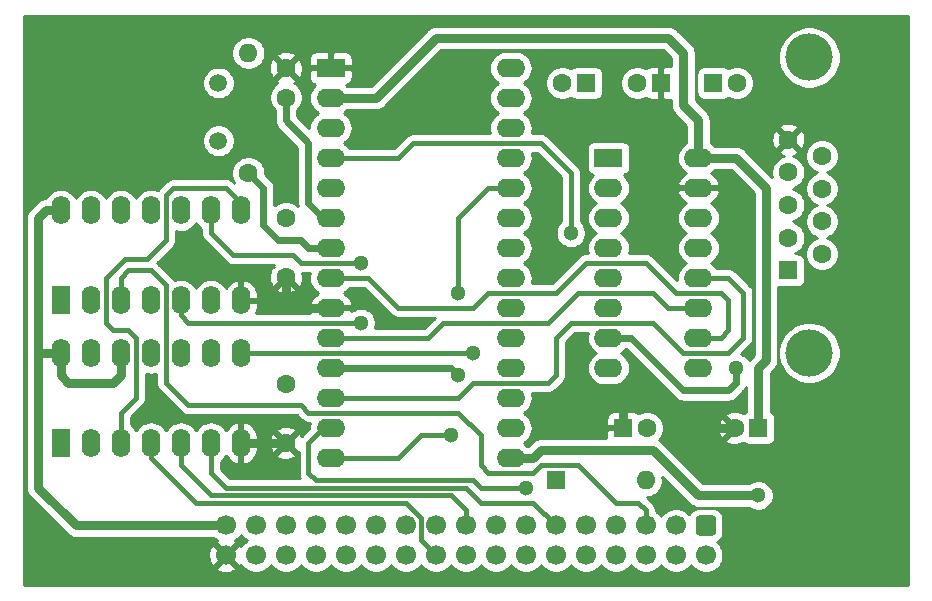
<source format=gbr>
%TF.GenerationSoftware,KiCad,Pcbnew,(5.1.10)-1*%
%TF.CreationDate,2022-01-30T13:23:49+01:00*%
%TF.ProjectId,ACIA,41434941-2e6b-4696-9361-645f70636258,1.0*%
%TF.SameCoordinates,PX6d01460PY60e4b00*%
%TF.FileFunction,Copper,L1,Top*%
%TF.FilePolarity,Positive*%
%FSLAX46Y46*%
G04 Gerber Fmt 4.6, Leading zero omitted, Abs format (unit mm)*
G04 Created by KiCad (PCBNEW (5.1.10)-1) date 2022-01-30 13:23:49*
%MOMM*%
%LPD*%
G01*
G04 APERTURE LIST*
%TA.AperFunction,ComponentPad*%
%ADD10C,4.000000*%
%TD*%
%TA.AperFunction,ComponentPad*%
%ADD11C,1.600000*%
%TD*%
%TA.AperFunction,ComponentPad*%
%ADD12R,1.600000X1.600000*%
%TD*%
%TA.AperFunction,ComponentPad*%
%ADD13O,1.600000X1.600000*%
%TD*%
%TA.AperFunction,ComponentPad*%
%ADD14C,1.500000*%
%TD*%
%TA.AperFunction,ComponentPad*%
%ADD15O,2.400000X1.600000*%
%TD*%
%TA.AperFunction,ComponentPad*%
%ADD16R,2.400000X1.600000*%
%TD*%
%TA.AperFunction,ComponentPad*%
%ADD17O,1.600000X2.400000*%
%TD*%
%TA.AperFunction,ComponentPad*%
%ADD18R,1.600000X2.400000*%
%TD*%
%TA.AperFunction,ComponentPad*%
%ADD19C,1.700000*%
%TD*%
%TA.AperFunction,ViaPad*%
%ADD20C,1.300000*%
%TD*%
%TA.AperFunction,Conductor*%
%ADD21C,0.800000*%
%TD*%
%TA.AperFunction,Conductor*%
%ADD22C,0.400000*%
%TD*%
%TA.AperFunction,Conductor*%
%ADD23C,0.600000*%
%TD*%
%TA.AperFunction,Conductor*%
%ADD24C,0.254000*%
%TD*%
%TA.AperFunction,Conductor*%
%ADD25C,0.100000*%
%TD*%
G04 APERTURE END LIST*
D10*
%TO.P,J2,0*%
%TO.N,N/C*%
X67183000Y45339000D03*
X67183000Y20345000D03*
D11*
%TO.P,J2,9*%
%TO.N,Net-(J2-Pad9)*%
X68245000Y37000000D03*
%TO.P,J2,8*%
%TO.N,Net-(J2-Pad8)*%
X68245000Y34230000D03*
%TO.P,J2,7*%
%TO.N,Net-(J2-Pad7)*%
X68245000Y31460000D03*
%TO.P,J2,6*%
%TO.N,Net-(J2-Pad6)*%
X68245000Y28690000D03*
%TO.P,J2,5*%
%TO.N,GND*%
X65405000Y38385000D03*
%TO.P,J2,4*%
%TO.N,Net-(J2-Pad4)*%
X65405000Y35615000D03*
%TO.P,J2,3*%
%TO.N,Net-(J2-Pad3)*%
X65405000Y32845000D03*
%TO.P,J2,2*%
%TO.N,Net-(J2-Pad2)*%
X65405000Y30075000D03*
D12*
%TO.P,J2,1*%
%TO.N,Net-(J2-Pad1)*%
X65405000Y27305000D03*
%TD*%
D13*
%TO.P,R1,2*%
%TO.N,Net-(C8-Pad2)*%
X19685000Y45720000D03*
D11*
%TO.P,R1,1*%
%TO.N,Net-(R1-Pad1)*%
X19685000Y35560000D03*
%TD*%
%TO.P,C7,2*%
%TO.N,Net-(C7-Pad2)*%
X53435000Y13970000D03*
D12*
%TO.P,C7,1*%
%TO.N,GND*%
X51435000Y13970000D03*
%TD*%
D11*
%TO.P,C6,2*%
%TO.N,Net-(C6-Pad2)*%
X52610000Y43180000D03*
D12*
%TO.P,C6,1*%
%TO.N,GND*%
X54610000Y43180000D03*
%TD*%
D11*
%TO.P,C5,2*%
%TO.N,Net-(C5-Pad2)*%
X61055000Y43180000D03*
D12*
%TO.P,C5,1*%
%TO.N,Net-(C5-Pad1)*%
X59055000Y43180000D03*
%TD*%
D11*
%TO.P,C4,2*%
%TO.N,Net-(C4-Pad2)*%
X46260000Y43180000D03*
D12*
%TO.P,C4,1*%
%TO.N,Net-(C4-Pad1)*%
X48260000Y43180000D03*
%TD*%
D14*
%TO.P,Y1,2*%
%TO.N,Net-(R1-Pad1)*%
X17145000Y38280000D03*
%TO.P,Y1,1*%
%TO.N,Net-(C8-Pad2)*%
X17145000Y43180000D03*
%TD*%
D11*
%TO.P,C8,2*%
%TO.N,Net-(C8-Pad2)*%
X22860000Y41950000D03*
%TO.P,C8,1*%
%TO.N,GND*%
X22860000Y44450000D03*
%TD*%
D15*
%TO.P,U4,16*%
%TO.N,VCC*%
X57785000Y36830000D03*
%TO.P,U4,8*%
%TO.N,Net-(U4-Pad8)*%
X50165000Y19050000D03*
%TO.P,U4,15*%
%TO.N,GND*%
X57785000Y34290000D03*
%TO.P,U4,7*%
%TO.N,Net-(J2-Pad7)*%
X50165000Y21590000D03*
%TO.P,U4,14*%
%TO.N,Net-(J2-Pad3)*%
X57785000Y31750000D03*
%TO.P,U4,6*%
%TO.N,Net-(C7-Pad2)*%
X50165000Y24130000D03*
%TO.P,U4,13*%
%TO.N,Net-(J2-Pad2)*%
X57785000Y29210000D03*
%TO.P,U4,5*%
%TO.N,Net-(C5-Pad2)*%
X50165000Y26670000D03*
%TO.P,U4,12*%
%TO.N,Net-(U1-Pad12)*%
X57785000Y26670000D03*
%TO.P,U4,4*%
%TO.N,Net-(C5-Pad1)*%
X50165000Y29210000D03*
%TO.P,U4,11*%
%TO.N,Net-(U1-Pad10)*%
X57785000Y24130000D03*
%TO.P,U4,3*%
%TO.N,Net-(C4-Pad2)*%
X50165000Y31750000D03*
%TO.P,U4,10*%
%TO.N,Net-(U1-Pad8)*%
X57785000Y21590000D03*
%TO.P,U4,2*%
%TO.N,Net-(C6-Pad2)*%
X50165000Y34290000D03*
%TO.P,U4,9*%
%TO.N,Net-(U4-Pad9)*%
X57785000Y19050000D03*
D16*
%TO.P,U4,1*%
%TO.N,Net-(C4-Pad1)*%
X50165000Y36830000D03*
%TD*%
D17*
%TO.P,U2,14*%
%TO.N,VCC*%
X3810000Y32385000D03*
%TO.P,U2,7*%
%TO.N,GND*%
X19050000Y24765000D03*
%TO.P,U2,13*%
%TO.N,N/C*%
X6350000Y32385000D03*
%TO.P,U2,6*%
%TO.N,Net-(U2-Pad6)*%
X16510000Y24765000D03*
%TO.P,U2,12*%
%TO.N,N/C*%
X8890000Y32385000D03*
%TO.P,U2,5*%
%TO.N,/A6*%
X13970000Y24765000D03*
%TO.P,U2,11*%
%TO.N,N/C*%
X11430000Y32385000D03*
%TO.P,U2,4*%
%TO.N,Net-(U2-Pad4)*%
X11430000Y24765000D03*
%TO.P,U2,10*%
%TO.N,N/C*%
X13970000Y32385000D03*
%TO.P,U2,3*%
%TO.N,/~IO*%
X8890000Y24765000D03*
%TO.P,U2,9*%
%TO.N,/A5*%
X16510000Y32385000D03*
%TO.P,U2,2*%
%TO.N,Net-(U2-Pad2)*%
X6350000Y24765000D03*
%TO.P,U2,8*%
%TO.N,Net-(U2-Pad8)*%
X19050000Y32385000D03*
D18*
%TO.P,U2,1*%
%TO.N,/A7*%
X3810000Y24765000D03*
%TD*%
D15*
%TO.P,U1,28*%
%TO.N,/R_~W*%
X41910000Y44450000D03*
%TO.P,U1,14*%
%TO.N,/A1*%
X26670000Y11430000D03*
%TO.P,U1,27*%
%TO.N,/PHI2*%
X41910000Y41910000D03*
%TO.P,U1,13*%
%TO.N,/A0*%
X26670000Y13970000D03*
%TO.P,U1,26*%
%TO.N,Net-(U1-Pad26)*%
X41910000Y39370000D03*
%TO.P,U1,12*%
%TO.N,Net-(U1-Pad12)*%
X26670000Y16510000D03*
%TO.P,U1,25*%
%TO.N,/D7*%
X41910000Y36830000D03*
%TO.P,U1,11*%
%TO.N,Net-(U1-Pad11)*%
X26670000Y19050000D03*
%TO.P,U1,24*%
%TO.N,/D6*%
X41910000Y34290000D03*
%TO.P,U1,10*%
%TO.N,Net-(U1-Pad10)*%
X26670000Y21590000D03*
%TO.P,U1,23*%
%TO.N,/D5*%
X41910000Y31750000D03*
%TO.P,U1,9*%
%TO.N,GND*%
X26670000Y24130000D03*
%TO.P,U1,22*%
%TO.N,/D4*%
X41910000Y29210000D03*
%TO.P,U1,8*%
%TO.N,Net-(U1-Pad8)*%
X26670000Y26670000D03*
%TO.P,U1,21*%
%TO.N,/D3*%
X41910000Y26670000D03*
%TO.P,U1,7*%
%TO.N,Net-(R1-Pad1)*%
X26670000Y29210000D03*
%TO.P,U1,20*%
%TO.N,/D2*%
X41910000Y24130000D03*
%TO.P,U1,6*%
%TO.N,Net-(C8-Pad2)*%
X26670000Y31750000D03*
%TO.P,U1,19*%
%TO.N,/D1*%
X41910000Y21590000D03*
%TO.P,U1,5*%
%TO.N,Net-(U1-Pad5)*%
X26670000Y34290000D03*
%TO.P,U1,18*%
%TO.N,/D0*%
X41910000Y19050000D03*
%TO.P,U1,4*%
%TO.N,/~RESET*%
X26670000Y36830000D03*
%TO.P,U1,17*%
%TO.N,Net-(U1-Pad11)*%
X41910000Y16510000D03*
%TO.P,U1,3*%
%TO.N,Net-(D1-Pad1)*%
X26670000Y39370000D03*
%TO.P,U1,16*%
%TO.N,Net-(U1-Pad11)*%
X41910000Y13970000D03*
%TO.P,U1,2*%
%TO.N,VCC*%
X26670000Y41910000D03*
%TO.P,U1,15*%
X41910000Y11430000D03*
D16*
%TO.P,U1,1*%
%TO.N,GND*%
X26670000Y44450000D03*
%TD*%
D19*
%TO.P,J1,34*%
%TO.N,GND*%
X17780000Y3175000D03*
%TO.P,J1,32*%
%TO.N,/A11*%
X20320000Y3175000D03*
%TO.P,J1,30*%
%TO.N,/A12*%
X22860000Y3175000D03*
%TO.P,J1,28*%
%TO.N,/A13*%
X25400000Y3175000D03*
%TO.P,J1,26*%
%TO.N,/A14*%
X27940000Y3175000D03*
%TO.P,J1,24*%
%TO.N,/A15*%
X30480000Y3175000D03*
%TO.P,J1,22*%
%TO.N,/D7*%
X33020000Y3175000D03*
%TO.P,J1,20*%
%TO.N,/A4*%
X35560000Y3175000D03*
%TO.P,J1,18*%
%TO.N,/D4*%
X38100000Y3175000D03*
%TO.P,J1,16*%
%TO.N,/D3*%
X40640000Y3175000D03*
%TO.P,J1,14*%
%TO.N,/D6*%
X43180000Y3175000D03*
%TO.P,J1,12*%
%TO.N,/D1*%
X45720000Y3175000D03*
%TO.P,J1,10*%
%TO.N,/D0*%
X48260000Y3175000D03*
%TO.P,J1,8*%
%TO.N,/~IRQ*%
X50800000Y3175000D03*
%TO.P,J1,6*%
%TO.N,/~IOCTRL*%
X53340000Y3175000D03*
%TO.P,J1,4*%
%TO.N,/~RESET*%
X55880000Y3175000D03*
%TO.P,J1,2*%
%TO.N,/~ROMDIS*%
X58420000Y3175000D03*
%TO.P,J1,33*%
%TO.N,VCC*%
X17780000Y5715000D03*
%TO.P,J1,31*%
%TO.N,/A10*%
X20320000Y5715000D03*
%TO.P,J1,29*%
%TO.N,/A9*%
X22860000Y5715000D03*
%TO.P,J1,27*%
%TO.N,/A8*%
X25400000Y5715000D03*
%TO.P,J1,25*%
%TO.N,/A7*%
X27940000Y5715000D03*
%TO.P,J1,23*%
%TO.N,/A6*%
X30480000Y5715000D03*
%TO.P,J1,21*%
%TO.N,/A5*%
X33020000Y5715000D03*
%TO.P,J1,19*%
%TO.N,/D5*%
X35560000Y5715000D03*
%TO.P,J1,17*%
%TO.N,/A2*%
X38100000Y5715000D03*
%TO.P,J1,15*%
%TO.N,/A1*%
X40640000Y5715000D03*
%TO.P,J1,13*%
%TO.N,/A0*%
X43180000Y5715000D03*
%TO.P,J1,11*%
%TO.N,/A3*%
X45720000Y5715000D03*
%TO.P,J1,9*%
%TO.N,/D2*%
X48260000Y5715000D03*
%TO.P,J1,7*%
%TO.N,/R_~W*%
X50800000Y5715000D03*
%TO.P,J1,5*%
%TO.N,/~IO*%
X53340000Y5715000D03*
%TO.P,J1,3*%
%TO.N,/PHI2*%
X55880000Y5715000D03*
%TO.P,J1,1*%
%TO.N,/~MAP*%
%TA.AperFunction,ComponentPad*%
G36*
G01*
X57820000Y6565000D02*
X59020000Y6565000D01*
G75*
G02*
X59270000Y6315000I0J-250000D01*
G01*
X59270000Y5115000D01*
G75*
G02*
X59020000Y4865000I-250000J0D01*
G01*
X57820000Y4865000D01*
G75*
G02*
X57570000Y5115000I0J250000D01*
G01*
X57570000Y6315000D01*
G75*
G02*
X57820000Y6565000I250000J0D01*
G01*
G37*
%TD.AperFunction*%
%TD*%
D13*
%TO.P,D1,2*%
%TO.N,/~IOCTRL*%
X53340000Y9525000D03*
D12*
%TO.P,D1,1*%
%TO.N,Net-(D1-Pad1)*%
X45720000Y9525000D03*
%TD*%
D11*
%TO.P,C3,2*%
%TO.N,VCC*%
X22860000Y17700000D03*
%TO.P,C3,1*%
%TO.N,GND*%
X22860000Y12700000D03*
%TD*%
%TO.P,C2,2*%
%TO.N,VCC*%
X22860000Y31750000D03*
%TO.P,C2,1*%
%TO.N,GND*%
X22860000Y26750000D03*
%TD*%
D17*
%TO.P,U3,14*%
%TO.N,VCC*%
X3810000Y20320000D03*
%TO.P,U3,7*%
%TO.N,GND*%
X19050000Y12700000D03*
%TO.P,U3,13*%
%TO.N,N/C*%
X6350000Y20320000D03*
%TO.P,U3,6*%
%TO.N,/A3*%
X16510000Y12700000D03*
%TO.P,U3,12*%
%TO.N,VCC*%
X8890000Y20320000D03*
%TO.P,U3,5*%
%TO.N,/A2*%
X13970000Y12700000D03*
%TO.P,U3,11*%
%TO.N,Net-(U2-Pad4)*%
X11430000Y20320000D03*
%TO.P,U3,4*%
%TO.N,/A4*%
X11430000Y12700000D03*
%TO.P,U3,10*%
%TO.N,N/C*%
X13970000Y20320000D03*
%TO.P,U3,3*%
%TO.N,Net-(U2-Pad8)*%
X8890000Y12700000D03*
%TO.P,U3,9*%
%TO.N,N/C*%
X16510000Y20320000D03*
%TO.P,U3,2*%
%TO.N,Net-(U2-Pad6)*%
X6350000Y12700000D03*
%TO.P,U3,8*%
%TO.N,Net-(D1-Pad1)*%
X19050000Y20320000D03*
D18*
%TO.P,U3,1*%
%TO.N,Net-(U2-Pad2)*%
X3810000Y12700000D03*
%TD*%
D11*
%TO.P,C1,2*%
%TO.N,GND*%
X60865000Y13970000D03*
D12*
%TO.P,C1,1*%
%TO.N,VCC*%
X62865000Y13970000D03*
%TD*%
D20*
%TO.N,VCC*%
X62865000Y8255000D03*
%TO.N,/~RESET*%
X46990000Y30480000D03*
%TO.N,/D6*%
X37465000Y25400000D03*
%TO.N,/A0*%
X43180000Y8890000D03*
%TO.N,/A1*%
X36830000Y13335000D03*
%TO.N,/A5*%
X29210000Y27940000D03*
%TO.N,/A6*%
X29210000Y22860000D03*
%TO.N,Net-(D1-Pad1)*%
X38735000Y20320000D03*
%TO.N,Net-(U1-Pad11)*%
X37465000Y18415000D03*
%TO.N,Net-(J2-Pad7)*%
X60960000Y19050000D03*
%TD*%
D21*
%TO.N,GND*%
X26670000Y24130000D02*
X24130000Y24130000D01*
X22860000Y25400000D02*
X22860000Y26750000D01*
X24130000Y24130000D02*
X22860000Y25400000D01*
X22860000Y12700000D02*
X19050000Y12700000D01*
X60865000Y13970000D02*
X56515000Y13970000D01*
X56515000Y13970000D02*
X53975000Y16510000D01*
X53975000Y16510000D02*
X52070000Y16510000D01*
X51435000Y15875000D02*
X51435000Y13970000D01*
X52070000Y16510000D02*
X51435000Y15875000D01*
%TO.N,VCC*%
X17780000Y5715000D02*
X5080000Y5715000D01*
X5080000Y5715000D02*
X1905000Y8890000D01*
X8890000Y20320000D02*
X8890000Y18415000D01*
X8890000Y18415000D02*
X8255000Y17780000D01*
X8255000Y17780000D02*
X4445000Y17780000D01*
X3810000Y18415000D02*
X3810000Y20320000D01*
X4445000Y17780000D02*
X3810000Y18415000D01*
X3810000Y32385000D02*
X2540000Y32385000D01*
X2540000Y32385000D02*
X1905000Y31750000D01*
X1905000Y8890000D02*
X1905000Y20320000D01*
X3810000Y20320000D02*
X1905000Y20320000D01*
X1905000Y31750000D02*
X1905000Y20320000D01*
X57785000Y36830000D02*
X60960000Y36830000D01*
X60960000Y36830000D02*
X63500000Y34290000D01*
X63500000Y34290000D02*
X63500000Y19685000D01*
X62865000Y19050000D02*
X62865000Y13970000D01*
X63500000Y19685000D02*
X62865000Y19050000D01*
X30480000Y41910000D02*
X26670000Y41910000D01*
X35560000Y46990000D02*
X30480000Y41910000D01*
X55245000Y46990000D02*
X35560000Y46990000D01*
X56515000Y45720000D02*
X55245000Y46990000D01*
X56515000Y41275000D02*
X56515000Y45720000D01*
X57785000Y40005000D02*
X56515000Y41275000D01*
X57785000Y36830000D02*
X57785000Y40005000D01*
X43815000Y11430000D02*
X41910000Y11430000D01*
X44450000Y12065000D02*
X43815000Y11430000D01*
X53975000Y12065000D02*
X44450000Y12065000D01*
X57785000Y8255000D02*
X53975000Y12065000D01*
X62865000Y8255000D02*
X57785000Y8255000D01*
D22*
%TO.N,/~RESET*%
X32385000Y36830000D02*
X26670000Y36830000D01*
X46990000Y30480000D02*
X46990000Y35560000D01*
X46990000Y35560000D02*
X44450000Y38100000D01*
X44450000Y38100000D02*
X33655000Y38100000D01*
X33655000Y38100000D02*
X32385000Y36830000D01*
%TO.N,/D6*%
X37465000Y25400000D02*
X37465000Y31750000D01*
X40005000Y34290000D02*
X41910000Y34290000D01*
X37465000Y31750000D02*
X40005000Y34290000D01*
%TO.N,/A0*%
X25400000Y9525000D02*
X24765000Y10160000D01*
X26035000Y13970000D02*
X26670000Y13970000D01*
X38735000Y9525000D02*
X25400000Y9525000D01*
X24765000Y12700000D02*
X26035000Y13970000D01*
X39370000Y8890000D02*
X38735000Y9525000D01*
X24765000Y10160000D02*
X24765000Y12700000D01*
X43180000Y8890000D02*
X39370000Y8890000D01*
%TO.N,/A1*%
X32385000Y11430000D02*
X26670000Y11430000D01*
X34290000Y13335000D02*
X32385000Y11430000D01*
X36830000Y13335000D02*
X34290000Y13335000D01*
%TO.N,/A2*%
X13970000Y12700000D02*
X13970000Y11430000D01*
X38100000Y5715000D02*
X38100000Y6985000D01*
X38100000Y6985000D02*
X36830000Y8255000D01*
X36830000Y8255000D02*
X16510000Y8255000D01*
X13970000Y10795000D02*
X13970000Y12700000D01*
X16510000Y8255000D02*
X13970000Y10795000D01*
%TO.N,/A3*%
X16510000Y12700000D02*
X16510000Y10160000D01*
X16510000Y10160000D02*
X17780000Y8890000D01*
X43815000Y7620000D02*
X39370000Y7620000D01*
X39370000Y7620000D02*
X38100000Y8890000D01*
X17780000Y8890000D02*
X38100000Y8890000D01*
X43815000Y7620000D02*
X45720000Y5715000D01*
%TO.N,/A4*%
X11430000Y12700000D02*
X11430000Y11430000D01*
X11430000Y11430000D02*
X15240000Y7620000D01*
X15240000Y7620000D02*
X33020000Y7620000D01*
X33020000Y7620000D02*
X34290000Y6350000D01*
X34290000Y4445000D02*
X35560000Y3175000D01*
X34290000Y6350000D02*
X34290000Y4445000D01*
%TO.N,/A5*%
X16510000Y30480000D02*
X16510000Y32385000D01*
X18415000Y28575000D02*
X16510000Y30480000D01*
X23495000Y28575000D02*
X18415000Y28575000D01*
X24130000Y27940000D02*
X23495000Y28575000D01*
X29210000Y27940000D02*
X24130000Y27940000D01*
%TO.N,/A6*%
X13970000Y23495000D02*
X13970000Y24765000D01*
X14605000Y22860000D02*
X13970000Y23495000D01*
X29210000Y22860000D02*
X14605000Y22860000D01*
%TO.N,Net-(D1-Pad1)*%
X29845000Y20320000D02*
X19050000Y20320000D01*
X38735000Y20320000D02*
X29845000Y20320000D01*
%TO.N,/~IO*%
X9525000Y27305000D02*
X8890000Y26670000D01*
X11430000Y27305000D02*
X9525000Y27305000D01*
X12700000Y26035000D02*
X11430000Y27305000D01*
X12700000Y17780000D02*
X12700000Y26035000D01*
X53340000Y5715000D02*
X53340000Y6985000D01*
X37465000Y15240000D02*
X24765000Y15240000D01*
X53340000Y6985000D02*
X52705000Y7620000D01*
X40005000Y10160000D02*
X39370000Y10795000D01*
X52705000Y7620000D02*
X50800000Y7620000D01*
X47625000Y10795000D02*
X44450000Y10795000D01*
X50800000Y7620000D02*
X47625000Y10795000D01*
X43815000Y10160000D02*
X40005000Y10160000D01*
X8890000Y26670000D02*
X8890000Y24765000D01*
X39370000Y10795000D02*
X39370000Y13335000D01*
X14605000Y15875000D02*
X12700000Y17780000D01*
X24765000Y15240000D02*
X24130000Y15875000D01*
X39370000Y13335000D02*
X37465000Y15240000D01*
X44450000Y10795000D02*
X43815000Y10160000D01*
X24130000Y15875000D02*
X14605000Y15875000D01*
%TO.N,Net-(U1-Pad8)*%
X60325000Y22225000D02*
X59690000Y21590000D01*
X60325000Y24765000D02*
X60325000Y22225000D01*
X55880000Y25400000D02*
X59690000Y25400000D01*
X48260000Y27940000D02*
X53340000Y27940000D01*
X45720000Y25400000D02*
X48260000Y27940000D01*
X40005000Y25400000D02*
X45720000Y25400000D01*
X59690000Y21590000D02*
X57785000Y21590000D01*
X38735000Y24130000D02*
X40005000Y25400000D01*
X32385000Y24130000D02*
X38735000Y24130000D01*
X59690000Y25400000D02*
X60325000Y24765000D01*
X29845000Y26670000D02*
X32385000Y24130000D01*
X53340000Y27940000D02*
X55880000Y25400000D01*
X26670000Y26670000D02*
X29845000Y26670000D01*
%TO.N,Net-(U2-Pad8)*%
X19050000Y33020000D02*
X19050000Y32385000D01*
X17780000Y34290000D02*
X19050000Y33020000D01*
X8890000Y12700000D02*
X8890000Y15240000D01*
X7620000Y26670000D02*
X9207500Y28257500D01*
X8890000Y15240000D02*
X10160000Y16510000D01*
X12700000Y33655000D02*
X13335000Y34290000D01*
X10160000Y16510000D02*
X10160000Y21590000D01*
X12700000Y29845000D02*
X12700000Y33655000D01*
X10160000Y21590000D02*
X9525000Y22225000D01*
X13335000Y34290000D02*
X17780000Y34290000D01*
X9525000Y22225000D02*
X8255000Y22225000D01*
X8255000Y22225000D02*
X7620000Y22860000D01*
X9207500Y28257500D02*
X11112500Y28257500D01*
X7620000Y22860000D02*
X7620000Y26670000D01*
X11112500Y28257500D02*
X12700000Y29845000D01*
%TO.N,Net-(U1-Pad12)*%
X37465000Y16510000D02*
X26670000Y16510000D01*
X38735000Y17780000D02*
X37465000Y16510000D01*
X45085000Y17780000D02*
X38735000Y17780000D01*
X45720000Y18415000D02*
X45085000Y17780000D01*
X45720000Y21590000D02*
X45720000Y18415000D01*
X46990000Y22860000D02*
X45720000Y21590000D01*
X53975000Y22860000D02*
X46990000Y22860000D01*
X56515000Y20320000D02*
X53975000Y22860000D01*
X61595000Y21590000D02*
X60325000Y20320000D01*
X61595000Y25400000D02*
X61595000Y21590000D01*
X60325000Y26670000D02*
X61595000Y25400000D01*
X60325000Y20320000D02*
X56515000Y20320000D01*
X57785000Y26670000D02*
X60325000Y26670000D01*
D23*
%TO.N,Net-(U1-Pad11)*%
X37465000Y18415000D02*
X36830000Y19050000D01*
X36830000Y19050000D02*
X26670000Y19050000D01*
D22*
%TO.N,Net-(U1-Pad10)*%
X55245000Y24130000D02*
X57785000Y24130000D01*
X53975000Y25400000D02*
X55245000Y24130000D01*
X47625000Y25400000D02*
X53975000Y25400000D01*
X45085000Y22860000D02*
X47625000Y25400000D01*
X36195000Y22860000D02*
X45085000Y22860000D01*
X34925000Y21590000D02*
X36195000Y22860000D01*
X26670000Y21590000D02*
X34925000Y21590000D01*
%TO.N,Net-(J2-Pad7)*%
X60642500Y17462500D02*
X60960000Y17780000D01*
D23*
X60960000Y17780000D02*
X60960000Y19050000D01*
X52070000Y21590000D02*
X50165000Y21590000D01*
X56515000Y17145000D02*
X52070000Y21590000D01*
X60325000Y17145000D02*
X56515000Y17145000D01*
X60960000Y17780000D02*
X60325000Y17145000D01*
%TO.N,Net-(C8-Pad2)*%
X26670000Y31750000D02*
X26035000Y31750000D01*
X26035000Y31750000D02*
X24765000Y33020000D01*
X24765000Y33020000D02*
X24765000Y38100000D01*
X22860000Y40005000D02*
X22860000Y41950000D01*
X24765000Y38100000D02*
X22860000Y40005000D01*
%TO.N,Net-(R1-Pad1)*%
X19685000Y35560000D02*
X20955000Y34290000D01*
X20955000Y34290000D02*
X20955000Y31115000D01*
X20955000Y31115000D02*
X22225000Y29845000D01*
X22225000Y29845000D02*
X24130000Y29845000D01*
X24130000Y29845000D02*
X24765000Y29210000D01*
X24765000Y29210000D02*
X26670000Y29210000D01*
%TD*%
D24*
%TO.N,GND*%
X75540000Y660000D02*
X660000Y660000D01*
X660000Y2146603D01*
X16931208Y2146603D01*
X17008843Y1897528D01*
X17272883Y1771629D01*
X17556411Y1699661D01*
X17848531Y1684389D01*
X18138019Y1726401D01*
X18413747Y1824081D01*
X18551157Y1897528D01*
X18628792Y2146603D01*
X17780000Y2995395D01*
X16931208Y2146603D01*
X660000Y2146603D01*
X660000Y3106469D01*
X16289389Y3106469D01*
X16331401Y2816981D01*
X16429081Y2541253D01*
X16502528Y2403843D01*
X16751603Y2326208D01*
X17600395Y3175000D01*
X16751603Y4023792D01*
X16502528Y3946157D01*
X16376629Y3682117D01*
X16304661Y3398589D01*
X16289389Y3106469D01*
X660000Y3106469D01*
X660000Y20320000D01*
X864993Y20320000D01*
X870001Y20269152D01*
X870000Y8940828D01*
X864994Y8890000D01*
X870000Y8839172D01*
X870000Y8839163D01*
X884976Y8687106D01*
X944159Y8492008D01*
X1040266Y8312203D01*
X1169604Y8154604D01*
X1209097Y8122193D01*
X4312197Y5019092D01*
X4344604Y4979604D01*
X4384092Y4947197D01*
X4502202Y4850266D01*
X4598309Y4798896D01*
X4682007Y4754159D01*
X4877105Y4694976D01*
X5029162Y4680000D01*
X5029171Y4680000D01*
X5079999Y4674994D01*
X5130827Y4680000D01*
X16714893Y4680000D01*
X16833368Y4561525D01*
X17006729Y4445689D01*
X16931208Y4203397D01*
X17780000Y3354605D01*
X18628792Y4203397D01*
X18553271Y4445689D01*
X18726632Y4561525D01*
X18933475Y4768368D01*
X19050000Y4942760D01*
X19166525Y4768368D01*
X19373368Y4561525D01*
X19547760Y4445000D01*
X19373368Y4328475D01*
X19166525Y4121632D01*
X19050689Y3948271D01*
X18808397Y4023792D01*
X17959605Y3175000D01*
X18808397Y2326208D01*
X19050689Y2401729D01*
X19166525Y2228368D01*
X19373368Y2021525D01*
X19616589Y1859010D01*
X19886842Y1747068D01*
X20173740Y1690000D01*
X20466260Y1690000D01*
X20753158Y1747068D01*
X21023411Y1859010D01*
X21266632Y2021525D01*
X21473475Y2228368D01*
X21590000Y2402760D01*
X21706525Y2228368D01*
X21913368Y2021525D01*
X22156589Y1859010D01*
X22426842Y1747068D01*
X22713740Y1690000D01*
X23006260Y1690000D01*
X23293158Y1747068D01*
X23563411Y1859010D01*
X23806632Y2021525D01*
X24013475Y2228368D01*
X24130000Y2402760D01*
X24246525Y2228368D01*
X24453368Y2021525D01*
X24696589Y1859010D01*
X24966842Y1747068D01*
X25253740Y1690000D01*
X25546260Y1690000D01*
X25833158Y1747068D01*
X26103411Y1859010D01*
X26346632Y2021525D01*
X26553475Y2228368D01*
X26670000Y2402760D01*
X26786525Y2228368D01*
X26993368Y2021525D01*
X27236589Y1859010D01*
X27506842Y1747068D01*
X27793740Y1690000D01*
X28086260Y1690000D01*
X28373158Y1747068D01*
X28643411Y1859010D01*
X28886632Y2021525D01*
X29093475Y2228368D01*
X29210000Y2402760D01*
X29326525Y2228368D01*
X29533368Y2021525D01*
X29776589Y1859010D01*
X30046842Y1747068D01*
X30333740Y1690000D01*
X30626260Y1690000D01*
X30913158Y1747068D01*
X31183411Y1859010D01*
X31426632Y2021525D01*
X31633475Y2228368D01*
X31750000Y2402760D01*
X31866525Y2228368D01*
X32073368Y2021525D01*
X32316589Y1859010D01*
X32586842Y1747068D01*
X32873740Y1690000D01*
X33166260Y1690000D01*
X33453158Y1747068D01*
X33723411Y1859010D01*
X33966632Y2021525D01*
X34173475Y2228368D01*
X34290000Y2402760D01*
X34406525Y2228368D01*
X34613368Y2021525D01*
X34856589Y1859010D01*
X35126842Y1747068D01*
X35413740Y1690000D01*
X35706260Y1690000D01*
X35993158Y1747068D01*
X36263411Y1859010D01*
X36506632Y2021525D01*
X36713475Y2228368D01*
X36830000Y2402760D01*
X36946525Y2228368D01*
X37153368Y2021525D01*
X37396589Y1859010D01*
X37666842Y1747068D01*
X37953740Y1690000D01*
X38246260Y1690000D01*
X38533158Y1747068D01*
X38803411Y1859010D01*
X39046632Y2021525D01*
X39253475Y2228368D01*
X39370000Y2402760D01*
X39486525Y2228368D01*
X39693368Y2021525D01*
X39936589Y1859010D01*
X40206842Y1747068D01*
X40493740Y1690000D01*
X40786260Y1690000D01*
X41073158Y1747068D01*
X41343411Y1859010D01*
X41586632Y2021525D01*
X41793475Y2228368D01*
X41910000Y2402760D01*
X42026525Y2228368D01*
X42233368Y2021525D01*
X42476589Y1859010D01*
X42746842Y1747068D01*
X43033740Y1690000D01*
X43326260Y1690000D01*
X43613158Y1747068D01*
X43883411Y1859010D01*
X44126632Y2021525D01*
X44333475Y2228368D01*
X44450000Y2402760D01*
X44566525Y2228368D01*
X44773368Y2021525D01*
X45016589Y1859010D01*
X45286842Y1747068D01*
X45573740Y1690000D01*
X45866260Y1690000D01*
X46153158Y1747068D01*
X46423411Y1859010D01*
X46666632Y2021525D01*
X46873475Y2228368D01*
X46990000Y2402760D01*
X47106525Y2228368D01*
X47313368Y2021525D01*
X47556589Y1859010D01*
X47826842Y1747068D01*
X48113740Y1690000D01*
X48406260Y1690000D01*
X48693158Y1747068D01*
X48963411Y1859010D01*
X49206632Y2021525D01*
X49413475Y2228368D01*
X49530000Y2402760D01*
X49646525Y2228368D01*
X49853368Y2021525D01*
X50096589Y1859010D01*
X50366842Y1747068D01*
X50653740Y1690000D01*
X50946260Y1690000D01*
X51233158Y1747068D01*
X51503411Y1859010D01*
X51746632Y2021525D01*
X51953475Y2228368D01*
X52070000Y2402760D01*
X52186525Y2228368D01*
X52393368Y2021525D01*
X52636589Y1859010D01*
X52906842Y1747068D01*
X53193740Y1690000D01*
X53486260Y1690000D01*
X53773158Y1747068D01*
X54043411Y1859010D01*
X54286632Y2021525D01*
X54493475Y2228368D01*
X54610000Y2402760D01*
X54726525Y2228368D01*
X54933368Y2021525D01*
X55176589Y1859010D01*
X55446842Y1747068D01*
X55733740Y1690000D01*
X56026260Y1690000D01*
X56313158Y1747068D01*
X56583411Y1859010D01*
X56826632Y2021525D01*
X57033475Y2228368D01*
X57150000Y2402760D01*
X57266525Y2228368D01*
X57473368Y2021525D01*
X57716589Y1859010D01*
X57986842Y1747068D01*
X58273740Y1690000D01*
X58566260Y1690000D01*
X58853158Y1747068D01*
X59123411Y1859010D01*
X59366632Y2021525D01*
X59573475Y2228368D01*
X59735990Y2471589D01*
X59847932Y2741842D01*
X59905000Y3028740D01*
X59905000Y3321260D01*
X59847932Y3608158D01*
X59735990Y3878411D01*
X59573475Y4121632D01*
X59386392Y4308715D01*
X59513386Y4376595D01*
X59647962Y4487038D01*
X59758405Y4621614D01*
X59840472Y4775150D01*
X59891008Y4941746D01*
X59908072Y5115000D01*
X59908072Y6315000D01*
X59891008Y6488254D01*
X59840472Y6654850D01*
X59758405Y6808386D01*
X59647962Y6942962D01*
X59513386Y7053405D01*
X59359850Y7135472D01*
X59193254Y7186008D01*
X59020000Y7203072D01*
X57820000Y7203072D01*
X57646746Y7186008D01*
X57480150Y7135472D01*
X57326614Y7053405D01*
X57192038Y6942962D01*
X57081595Y6808386D01*
X57013715Y6681392D01*
X56826632Y6868475D01*
X56583411Y7030990D01*
X56313158Y7142932D01*
X56026260Y7200000D01*
X55733740Y7200000D01*
X55446842Y7142932D01*
X55176589Y7030990D01*
X54933368Y6868475D01*
X54726525Y6661632D01*
X54610000Y6487240D01*
X54493475Y6661632D01*
X54286632Y6868475D01*
X54175000Y6943065D01*
X54175000Y6943982D01*
X54179040Y6985000D01*
X54162918Y7148688D01*
X54150678Y7189040D01*
X54115172Y7306087D01*
X54037636Y7451146D01*
X53933291Y7578291D01*
X53901431Y7604438D01*
X53415867Y8090000D01*
X53481335Y8090000D01*
X53758574Y8145147D01*
X54019727Y8253320D01*
X54254759Y8410363D01*
X54454637Y8610241D01*
X54611680Y8845273D01*
X54719853Y9106426D01*
X54775000Y9383665D01*
X54775000Y9666335D01*
X54741490Y9834800D01*
X57017197Y7559092D01*
X57049604Y7519604D01*
X57089092Y7487197D01*
X57207202Y7390266D01*
X57303309Y7338896D01*
X57387007Y7294159D01*
X57582105Y7234976D01*
X57734162Y7220000D01*
X57734165Y7220000D01*
X57785000Y7214993D01*
X57835835Y7220000D01*
X62101047Y7220000D01*
X62256324Y7116247D01*
X62490179Y7019381D01*
X62738439Y6970000D01*
X62991561Y6970000D01*
X63239821Y7019381D01*
X63473676Y7116247D01*
X63684140Y7256875D01*
X63863125Y7435860D01*
X64003753Y7646324D01*
X64100619Y7880179D01*
X64150000Y8128439D01*
X64150000Y8381561D01*
X64100619Y8629821D01*
X64003753Y8863676D01*
X63863125Y9074140D01*
X63684140Y9253125D01*
X63473676Y9393753D01*
X63239821Y9490619D01*
X62991561Y9540000D01*
X62738439Y9540000D01*
X62490179Y9490619D01*
X62256324Y9393753D01*
X62101047Y9290000D01*
X58213711Y9290000D01*
X54742807Y12760903D01*
X54710396Y12800396D01*
X54552797Y12929734D01*
X54468948Y12974552D01*
X54549637Y13055241D01*
X54706680Y13290273D01*
X54814853Y13551426D01*
X54870000Y13828665D01*
X54870000Y13899488D01*
X59424783Y13899488D01*
X59466213Y13619870D01*
X59561397Y13353708D01*
X59628329Y13228486D01*
X59872298Y13156903D01*
X60685395Y13970000D01*
X59872298Y14783097D01*
X59628329Y14711514D01*
X59507429Y14456004D01*
X59438700Y14181816D01*
X59424783Y13899488D01*
X54870000Y13899488D01*
X54870000Y14111335D01*
X54814853Y14388574D01*
X54706680Y14649727D01*
X54549637Y14884759D01*
X54349759Y15084637D01*
X54114727Y15241680D01*
X53853574Y15349853D01*
X53576335Y15405000D01*
X53293665Y15405000D01*
X53016426Y15349853D01*
X52755273Y15241680D01*
X52699790Y15204607D01*
X52686185Y15221185D01*
X52589494Y15300537D01*
X52479180Y15359502D01*
X52359482Y15395812D01*
X52235000Y15408072D01*
X51720750Y15405000D01*
X51562000Y15246250D01*
X51562000Y14097000D01*
X51582000Y14097000D01*
X51582000Y13843000D01*
X51562000Y13843000D01*
X51562000Y13823000D01*
X51308000Y13823000D01*
X51308000Y13843000D01*
X50158750Y13843000D01*
X50000000Y13684250D01*
X49996928Y13170000D01*
X50003822Y13100000D01*
X44500835Y13100000D01*
X44450000Y13105007D01*
X44399165Y13100000D01*
X44399162Y13100000D01*
X44247105Y13085024D01*
X44116873Y13045518D01*
X44052006Y13025841D01*
X43872202Y12929734D01*
X43811121Y12879605D01*
X43714604Y12800396D01*
X43682193Y12760903D01*
X43386290Y12465000D01*
X43310853Y12465000D01*
X43111101Y12628932D01*
X42978142Y12700000D01*
X43111101Y12771068D01*
X43329608Y12950392D01*
X43508932Y13168899D01*
X43642182Y13418192D01*
X43724236Y13688691D01*
X43751943Y13970000D01*
X43724236Y14251309D01*
X43642182Y14521808D01*
X43509521Y14770000D01*
X49996928Y14770000D01*
X50000000Y14255750D01*
X50158750Y14097000D01*
X51308000Y14097000D01*
X51308000Y15246250D01*
X51149250Y15405000D01*
X50635000Y15408072D01*
X50510518Y15395812D01*
X50390820Y15359502D01*
X50280506Y15300537D01*
X50183815Y15221185D01*
X50104463Y15124494D01*
X50045498Y15014180D01*
X50009188Y14894482D01*
X49996928Y14770000D01*
X43509521Y14770000D01*
X43508932Y14771101D01*
X43329608Y14989608D01*
X43111101Y15168932D01*
X42978142Y15240000D01*
X43111101Y15311068D01*
X43329608Y15490392D01*
X43508932Y15708899D01*
X43642182Y15958192D01*
X43724236Y16228691D01*
X43751943Y16510000D01*
X43724236Y16791309D01*
X43677615Y16945000D01*
X45043982Y16945000D01*
X45085000Y16940960D01*
X45126018Y16945000D01*
X45126019Y16945000D01*
X45248689Y16957082D01*
X45406087Y17004828D01*
X45551146Y17082364D01*
X45678291Y17186709D01*
X45704445Y17218578D01*
X46281431Y17795562D01*
X46313291Y17821709D01*
X46417636Y17948854D01*
X46495172Y18093913D01*
X46542918Y18251311D01*
X46555000Y18373981D01*
X46555000Y18373982D01*
X46559040Y18415000D01*
X46555000Y18456018D01*
X46555000Y21244133D01*
X47335868Y22025000D01*
X48397385Y22025000D01*
X48350764Y21871309D01*
X48323057Y21590000D01*
X48350764Y21308691D01*
X48432818Y21038192D01*
X48566068Y20788899D01*
X48745392Y20570392D01*
X48963899Y20391068D01*
X49096858Y20320000D01*
X48963899Y20248932D01*
X48745392Y20069608D01*
X48566068Y19851101D01*
X48432818Y19601808D01*
X48350764Y19331309D01*
X48323057Y19050000D01*
X48350764Y18768691D01*
X48432818Y18498192D01*
X48566068Y18248899D01*
X48745392Y18030392D01*
X48963899Y17851068D01*
X49213192Y17717818D01*
X49483691Y17635764D01*
X49694508Y17615000D01*
X50635492Y17615000D01*
X50846309Y17635764D01*
X51116808Y17717818D01*
X51366101Y17851068D01*
X51584608Y18030392D01*
X51763932Y18248899D01*
X51897182Y18498192D01*
X51979236Y18768691D01*
X52006943Y19050000D01*
X51979236Y19331309D01*
X51897182Y19601808D01*
X51763932Y19851101D01*
X51584608Y20069608D01*
X51366101Y20248932D01*
X51233142Y20320000D01*
X51366101Y20391068D01*
X51584608Y20570392D01*
X51654044Y20655000D01*
X51682711Y20655000D01*
X55821374Y16516336D01*
X55850656Y16480656D01*
X55993028Y16363814D01*
X56155460Y16276993D01*
X56278243Y16239747D01*
X56331707Y16223529D01*
X56514999Y16205476D01*
X56560931Y16210000D01*
X60279068Y16210000D01*
X60325000Y16205476D01*
X60370932Y16210000D01*
X60508292Y16223529D01*
X60684540Y16276993D01*
X60846972Y16363814D01*
X60989344Y16480656D01*
X61018630Y16516341D01*
X61588660Y17086371D01*
X61624344Y17115656D01*
X61741186Y17258028D01*
X61826091Y17416875D01*
X61828007Y17420459D01*
X61830000Y17427030D01*
X61830001Y15362287D01*
X61820820Y15359502D01*
X61710506Y15300537D01*
X61613815Y15221185D01*
X61603193Y15208242D01*
X61351004Y15327571D01*
X61076816Y15396300D01*
X60794488Y15410217D01*
X60514870Y15368787D01*
X60248708Y15273603D01*
X60123486Y15206671D01*
X60051903Y14962702D01*
X60865000Y14149605D01*
X60879143Y14163747D01*
X61058748Y13984142D01*
X61044605Y13970000D01*
X61058748Y13955857D01*
X60879143Y13776252D01*
X60865000Y13790395D01*
X60051903Y12977298D01*
X60123486Y12733329D01*
X60378996Y12612429D01*
X60653184Y12543700D01*
X60935512Y12529783D01*
X61215130Y12571213D01*
X61481292Y12666397D01*
X61603309Y12731616D01*
X61613815Y12718815D01*
X61710506Y12639463D01*
X61820820Y12580498D01*
X61940518Y12544188D01*
X62065000Y12531928D01*
X63665000Y12531928D01*
X63789482Y12544188D01*
X63909180Y12580498D01*
X64019494Y12639463D01*
X64116185Y12718815D01*
X64195537Y12815506D01*
X64254502Y12925820D01*
X64290812Y13045518D01*
X64303072Y13170000D01*
X64303072Y14770000D01*
X64290812Y14894482D01*
X64254502Y15014180D01*
X64195537Y15124494D01*
X64116185Y15221185D01*
X64019494Y15300537D01*
X63909180Y15359502D01*
X63900000Y15362287D01*
X63900000Y18621290D01*
X64195903Y18917193D01*
X64235396Y18949604D01*
X64317789Y19050000D01*
X64364734Y19107202D01*
X64460841Y19287006D01*
X64485468Y19368192D01*
X64520024Y19482105D01*
X64535000Y19634162D01*
X64535000Y19634165D01*
X64540007Y19685000D01*
X64535000Y19735835D01*
X64535000Y20604525D01*
X64548000Y20604525D01*
X64548000Y20085475D01*
X64649261Y19576399D01*
X64847893Y19096859D01*
X65136262Y18665285D01*
X65503285Y18298262D01*
X65934859Y18009893D01*
X66414399Y17811261D01*
X66923475Y17710000D01*
X67442525Y17710000D01*
X67951601Y17811261D01*
X68431141Y18009893D01*
X68862715Y18298262D01*
X69229738Y18665285D01*
X69518107Y19096859D01*
X69716739Y19576399D01*
X69818000Y20085475D01*
X69818000Y20604525D01*
X69716739Y21113601D01*
X69518107Y21593141D01*
X69229738Y22024715D01*
X68862715Y22391738D01*
X68431141Y22680107D01*
X67951601Y22878739D01*
X67442525Y22980000D01*
X66923475Y22980000D01*
X66414399Y22878739D01*
X65934859Y22680107D01*
X65503285Y22391738D01*
X65136262Y22024715D01*
X64847893Y21593141D01*
X64649261Y21113601D01*
X64548000Y20604525D01*
X64535000Y20604525D01*
X64535000Y25873822D01*
X64605000Y25866928D01*
X66205000Y25866928D01*
X66329482Y25879188D01*
X66449180Y25915498D01*
X66559494Y25974463D01*
X66656185Y26053815D01*
X66735537Y26150506D01*
X66794502Y26260820D01*
X66830812Y26380518D01*
X66843072Y26505000D01*
X66843072Y28105000D01*
X66830812Y28229482D01*
X66794502Y28349180D01*
X66735537Y28459494D01*
X66656185Y28556185D01*
X66559494Y28635537D01*
X66449180Y28694502D01*
X66329482Y28730812D01*
X66205000Y28743072D01*
X65939275Y28743072D01*
X66084727Y28803320D01*
X66319759Y28960363D01*
X66519637Y29160241D01*
X66676680Y29395273D01*
X66784853Y29656426D01*
X66840000Y29933665D01*
X66840000Y30216335D01*
X66784853Y30493574D01*
X66676680Y30754727D01*
X66519637Y30989759D01*
X66319759Y31189637D01*
X66084727Y31346680D01*
X65823574Y31454853D01*
X65797699Y31460000D01*
X65823574Y31465147D01*
X66084727Y31573320D01*
X66319759Y31730363D01*
X66519637Y31930241D01*
X66676680Y32165273D01*
X66784853Y32426426D01*
X66840000Y32703665D01*
X66840000Y32986335D01*
X66784853Y33263574D01*
X66676680Y33524727D01*
X66519637Y33759759D01*
X66319759Y33959637D01*
X66084727Y34116680D01*
X65823574Y34224853D01*
X65797699Y34230000D01*
X65823574Y34235147D01*
X66084727Y34343320D01*
X66319759Y34500363D01*
X66519637Y34700241D01*
X66676680Y34935273D01*
X66784853Y35196426D01*
X66840000Y35473665D01*
X66840000Y35756335D01*
X66784853Y36033574D01*
X66676680Y36294727D01*
X66519637Y36529759D01*
X66319759Y36729637D01*
X66084727Y36886680D01*
X65823574Y36994853D01*
X65795118Y37000513D01*
X66021292Y37081397D01*
X66133429Y37141335D01*
X66810000Y37141335D01*
X66810000Y36858665D01*
X66865147Y36581426D01*
X66973320Y36320273D01*
X67130363Y36085241D01*
X67330241Y35885363D01*
X67565273Y35728320D01*
X67826426Y35620147D01*
X67852301Y35615000D01*
X67826426Y35609853D01*
X67565273Y35501680D01*
X67330241Y35344637D01*
X67130363Y35144759D01*
X66973320Y34909727D01*
X66865147Y34648574D01*
X66810000Y34371335D01*
X66810000Y34088665D01*
X66865147Y33811426D01*
X66973320Y33550273D01*
X67130363Y33315241D01*
X67330241Y33115363D01*
X67565273Y32958320D01*
X67826426Y32850147D01*
X67852301Y32845000D01*
X67826426Y32839853D01*
X67565273Y32731680D01*
X67330241Y32574637D01*
X67130363Y32374759D01*
X66973320Y32139727D01*
X66865147Y31878574D01*
X66810000Y31601335D01*
X66810000Y31318665D01*
X66865147Y31041426D01*
X66973320Y30780273D01*
X67130363Y30545241D01*
X67330241Y30345363D01*
X67565273Y30188320D01*
X67826426Y30080147D01*
X67852301Y30075000D01*
X67826426Y30069853D01*
X67565273Y29961680D01*
X67330241Y29804637D01*
X67130363Y29604759D01*
X66973320Y29369727D01*
X66865147Y29108574D01*
X66810000Y28831335D01*
X66810000Y28548665D01*
X66865147Y28271426D01*
X66973320Y28010273D01*
X67130363Y27775241D01*
X67330241Y27575363D01*
X67565273Y27418320D01*
X67826426Y27310147D01*
X68103665Y27255000D01*
X68386335Y27255000D01*
X68663574Y27310147D01*
X68924727Y27418320D01*
X69159759Y27575363D01*
X69359637Y27775241D01*
X69516680Y28010273D01*
X69624853Y28271426D01*
X69680000Y28548665D01*
X69680000Y28831335D01*
X69624853Y29108574D01*
X69516680Y29369727D01*
X69359637Y29604759D01*
X69159759Y29804637D01*
X68924727Y29961680D01*
X68663574Y30069853D01*
X68637699Y30075000D01*
X68663574Y30080147D01*
X68924727Y30188320D01*
X69159759Y30345363D01*
X69359637Y30545241D01*
X69516680Y30780273D01*
X69624853Y31041426D01*
X69680000Y31318665D01*
X69680000Y31601335D01*
X69624853Y31878574D01*
X69516680Y32139727D01*
X69359637Y32374759D01*
X69159759Y32574637D01*
X68924727Y32731680D01*
X68663574Y32839853D01*
X68637699Y32845000D01*
X68663574Y32850147D01*
X68924727Y32958320D01*
X69159759Y33115363D01*
X69359637Y33315241D01*
X69516680Y33550273D01*
X69624853Y33811426D01*
X69680000Y34088665D01*
X69680000Y34371335D01*
X69624853Y34648574D01*
X69516680Y34909727D01*
X69359637Y35144759D01*
X69159759Y35344637D01*
X68924727Y35501680D01*
X68663574Y35609853D01*
X68637699Y35615000D01*
X68663574Y35620147D01*
X68924727Y35728320D01*
X69159759Y35885363D01*
X69359637Y36085241D01*
X69516680Y36320273D01*
X69624853Y36581426D01*
X69680000Y36858665D01*
X69680000Y37141335D01*
X69624853Y37418574D01*
X69516680Y37679727D01*
X69359637Y37914759D01*
X69159759Y38114637D01*
X68924727Y38271680D01*
X68663574Y38379853D01*
X68386335Y38435000D01*
X68103665Y38435000D01*
X67826426Y38379853D01*
X67565273Y38271680D01*
X67330241Y38114637D01*
X67130363Y37914759D01*
X66973320Y37679727D01*
X66865147Y37418574D01*
X66810000Y37141335D01*
X66133429Y37141335D01*
X66146514Y37148329D01*
X66218097Y37392298D01*
X65405000Y38205395D01*
X64591903Y37392298D01*
X64663486Y37148329D01*
X64918996Y37027429D01*
X65021289Y37001788D01*
X64986426Y36994853D01*
X64725273Y36886680D01*
X64490241Y36729637D01*
X64290363Y36529759D01*
X64133320Y36294727D01*
X64025147Y36033574D01*
X63970000Y35756335D01*
X63970000Y35473665D01*
X64017167Y35236544D01*
X61727807Y37525903D01*
X61695396Y37565396D01*
X61537797Y37694734D01*
X61357993Y37790841D01*
X61162895Y37850024D01*
X61010838Y37865000D01*
X61010828Y37865000D01*
X60960000Y37870006D01*
X60909172Y37865000D01*
X59185853Y37865000D01*
X58986101Y38028932D01*
X58820000Y38117715D01*
X58820000Y38314488D01*
X63964783Y38314488D01*
X64006213Y38034870D01*
X64101397Y37768708D01*
X64168329Y37643486D01*
X64412298Y37571903D01*
X65225395Y38385000D01*
X65584605Y38385000D01*
X66397702Y37571903D01*
X66641671Y37643486D01*
X66762571Y37898996D01*
X66831300Y38173184D01*
X66845217Y38455512D01*
X66803787Y38735130D01*
X66708603Y39001292D01*
X66641671Y39126514D01*
X66397702Y39198097D01*
X65584605Y38385000D01*
X65225395Y38385000D01*
X64412298Y39198097D01*
X64168329Y39126514D01*
X64047429Y38871004D01*
X63978700Y38596816D01*
X63964783Y38314488D01*
X58820000Y38314488D01*
X58820000Y39377702D01*
X64591903Y39377702D01*
X65405000Y38564605D01*
X66218097Y39377702D01*
X66146514Y39621671D01*
X65891004Y39742571D01*
X65616816Y39811300D01*
X65334488Y39825217D01*
X65054870Y39783787D01*
X64788708Y39688603D01*
X64663486Y39621671D01*
X64591903Y39377702D01*
X58820000Y39377702D01*
X58820000Y39954173D01*
X58825006Y40005001D01*
X58820000Y40055829D01*
X58820000Y40055838D01*
X58805024Y40207895D01*
X58745841Y40402993D01*
X58656496Y40570147D01*
X58649734Y40582798D01*
X58552803Y40700908D01*
X58520396Y40740396D01*
X58480908Y40772803D01*
X57550000Y41703710D01*
X57550000Y43980000D01*
X57616928Y43980000D01*
X57616928Y42380000D01*
X57629188Y42255518D01*
X57665498Y42135820D01*
X57724463Y42025506D01*
X57803815Y41928815D01*
X57900506Y41849463D01*
X58010820Y41790498D01*
X58130518Y41754188D01*
X58255000Y41741928D01*
X59855000Y41741928D01*
X59979482Y41754188D01*
X60099180Y41790498D01*
X60209494Y41849463D01*
X60306185Y41928815D01*
X60319790Y41945393D01*
X60375273Y41908320D01*
X60636426Y41800147D01*
X60913665Y41745000D01*
X61196335Y41745000D01*
X61473574Y41800147D01*
X61734727Y41908320D01*
X61969759Y42065363D01*
X62169637Y42265241D01*
X62326680Y42500273D01*
X62434853Y42761426D01*
X62490000Y43038665D01*
X62490000Y43321335D01*
X62434853Y43598574D01*
X62326680Y43859727D01*
X62169637Y44094759D01*
X61969759Y44294637D01*
X61734727Y44451680D01*
X61473574Y44559853D01*
X61196335Y44615000D01*
X60913665Y44615000D01*
X60636426Y44559853D01*
X60375273Y44451680D01*
X60319790Y44414607D01*
X60306185Y44431185D01*
X60209494Y44510537D01*
X60099180Y44569502D01*
X59979482Y44605812D01*
X59855000Y44618072D01*
X58255000Y44618072D01*
X58130518Y44605812D01*
X58010820Y44569502D01*
X57900506Y44510537D01*
X57803815Y44431185D01*
X57724463Y44334494D01*
X57665498Y44224180D01*
X57629188Y44104482D01*
X57616928Y43980000D01*
X57550000Y43980000D01*
X57550000Y45598525D01*
X64548000Y45598525D01*
X64548000Y45079475D01*
X64649261Y44570399D01*
X64847893Y44090859D01*
X65136262Y43659285D01*
X65503285Y43292262D01*
X65934859Y43003893D01*
X66414399Y42805261D01*
X66923475Y42704000D01*
X67442525Y42704000D01*
X67951601Y42805261D01*
X68431141Y43003893D01*
X68862715Y43292262D01*
X69229738Y43659285D01*
X69518107Y44090859D01*
X69716739Y44570399D01*
X69818000Y45079475D01*
X69818000Y45598525D01*
X69716739Y46107601D01*
X69518107Y46587141D01*
X69229738Y47018715D01*
X68862715Y47385738D01*
X68431141Y47674107D01*
X67951601Y47872739D01*
X67442525Y47974000D01*
X66923475Y47974000D01*
X66414399Y47872739D01*
X65934859Y47674107D01*
X65503285Y47385738D01*
X65136262Y47018715D01*
X64847893Y46587141D01*
X64649261Y46107601D01*
X64548000Y45598525D01*
X57550000Y45598525D01*
X57550000Y45669173D01*
X57555006Y45720001D01*
X57550000Y45770829D01*
X57550000Y45770838D01*
X57535024Y45922895D01*
X57475841Y46117993D01*
X57402821Y46254604D01*
X57379734Y46297798D01*
X57282803Y46415908D01*
X57250396Y46455396D01*
X57210908Y46487803D01*
X56012807Y47685903D01*
X55980396Y47725396D01*
X55822797Y47854734D01*
X55642993Y47950841D01*
X55447895Y48010024D01*
X55295838Y48025000D01*
X55295828Y48025000D01*
X55245000Y48030006D01*
X55194172Y48025000D01*
X35610835Y48025000D01*
X35560000Y48030007D01*
X35509164Y48025000D01*
X35509162Y48025000D01*
X35357105Y48010024D01*
X35162007Y47950841D01*
X35078309Y47906104D01*
X34982202Y47854734D01*
X34864092Y47757803D01*
X34824604Y47725396D01*
X34792197Y47685908D01*
X30051290Y42945000D01*
X28070853Y42945000D01*
X27976518Y43022419D01*
X27994482Y43024188D01*
X28114180Y43060498D01*
X28224494Y43119463D01*
X28321185Y43198815D01*
X28400537Y43295506D01*
X28459502Y43405820D01*
X28495812Y43525518D01*
X28508072Y43650000D01*
X28505000Y44164250D01*
X28346250Y44323000D01*
X26797000Y44323000D01*
X26797000Y44303000D01*
X26543000Y44303000D01*
X26543000Y44323000D01*
X24993750Y44323000D01*
X24835000Y44164250D01*
X24831928Y43650000D01*
X24844188Y43525518D01*
X24880498Y43405820D01*
X24939463Y43295506D01*
X25018815Y43198815D01*
X25115506Y43119463D01*
X25225820Y43060498D01*
X25345518Y43024188D01*
X25363482Y43022419D01*
X25250392Y42929608D01*
X25071068Y42711101D01*
X24937818Y42461808D01*
X24855764Y42191309D01*
X24828057Y41910000D01*
X24855764Y41628691D01*
X24937818Y41358192D01*
X25071068Y41108899D01*
X25250392Y40890392D01*
X25468899Y40711068D01*
X25601858Y40640000D01*
X25468899Y40568932D01*
X25250392Y40389608D01*
X25071068Y40171101D01*
X24937818Y39921808D01*
X24855764Y39651309D01*
X24828057Y39370000D01*
X24829233Y39358056D01*
X23795000Y40392289D01*
X23795000Y40855604D01*
X23974637Y41035241D01*
X24131680Y41270273D01*
X24239853Y41531426D01*
X24295000Y41808665D01*
X24295000Y42091335D01*
X24239853Y42368574D01*
X24131680Y42629727D01*
X23974637Y42864759D01*
X23774759Y43064637D01*
X23574131Y43198692D01*
X23601514Y43213329D01*
X23673097Y43457298D01*
X22860000Y44270395D01*
X22046903Y43457298D01*
X22118486Y43213329D01*
X22147341Y43199676D01*
X21945241Y43064637D01*
X21745363Y42864759D01*
X21588320Y42629727D01*
X21480147Y42368574D01*
X21425000Y42091335D01*
X21425000Y41808665D01*
X21480147Y41531426D01*
X21588320Y41270273D01*
X21745363Y41035241D01*
X21925000Y40855604D01*
X21925000Y40050932D01*
X21920476Y40005000D01*
X21925000Y39959069D01*
X21938529Y39821709D01*
X21991993Y39645461D01*
X22078814Y39483029D01*
X22195656Y39340656D01*
X22231341Y39311370D01*
X23830001Y37712710D01*
X23830000Y33065932D01*
X23825476Y33020000D01*
X23830000Y32974069D01*
X23843529Y32836709D01*
X23861313Y32778083D01*
X23774759Y32864637D01*
X23539727Y33021680D01*
X23278574Y33129853D01*
X23001335Y33185000D01*
X22718665Y33185000D01*
X22441426Y33129853D01*
X22180273Y33021680D01*
X21945241Y32864637D01*
X21890000Y32809396D01*
X21890000Y34244069D01*
X21894524Y34290001D01*
X21876471Y34473293D01*
X21846738Y34571309D01*
X21823007Y34649540D01*
X21736186Y34811972D01*
X21619344Y34954344D01*
X21583665Y34983625D01*
X21120000Y35447290D01*
X21120000Y35701335D01*
X21064853Y35978574D01*
X20956680Y36239727D01*
X20799637Y36474759D01*
X20599759Y36674637D01*
X20364727Y36831680D01*
X20103574Y36939853D01*
X19826335Y36995000D01*
X19543665Y36995000D01*
X19266426Y36939853D01*
X19005273Y36831680D01*
X18770241Y36674637D01*
X18570363Y36474759D01*
X18413320Y36239727D01*
X18305147Y35978574D01*
X18250000Y35701335D01*
X18250000Y35418665D01*
X18305147Y35141426D01*
X18413320Y34880273D01*
X18499355Y34751512D01*
X18399446Y34851421D01*
X18373291Y34883291D01*
X18246146Y34987636D01*
X18101087Y35065172D01*
X17943689Y35112918D01*
X17821019Y35125000D01*
X17821018Y35125000D01*
X17780000Y35129040D01*
X17738982Y35125000D01*
X13376018Y35125000D01*
X13335000Y35129040D01*
X13293982Y35125000D01*
X13293981Y35125000D01*
X13171311Y35112918D01*
X13108472Y35093856D01*
X13013913Y35065172D01*
X12868854Y34987636D01*
X12784815Y34918667D01*
X12741709Y34883291D01*
X12715562Y34851431D01*
X12138573Y34274441D01*
X12106710Y34248291D01*
X12080562Y34216429D01*
X12002364Y34121145D01*
X11996148Y34109516D01*
X11981807Y34117182D01*
X11711308Y34199236D01*
X11430000Y34226943D01*
X11148691Y34199236D01*
X10878192Y34117182D01*
X10628899Y33983932D01*
X10410392Y33804607D01*
X10231068Y33586100D01*
X10160000Y33453142D01*
X10088932Y33586101D01*
X9909607Y33804608D01*
X9691100Y33983932D01*
X9441807Y34117182D01*
X9171308Y34199236D01*
X8890000Y34226943D01*
X8608691Y34199236D01*
X8338192Y34117182D01*
X8088899Y33983932D01*
X7870392Y33804607D01*
X7691068Y33586100D01*
X7620000Y33453142D01*
X7548932Y33586101D01*
X7369607Y33804608D01*
X7151100Y33983932D01*
X6901807Y34117182D01*
X6631308Y34199236D01*
X6350000Y34226943D01*
X6068691Y34199236D01*
X5798192Y34117182D01*
X5548899Y33983932D01*
X5330392Y33804607D01*
X5151068Y33586100D01*
X5080000Y33453142D01*
X5008932Y33586101D01*
X4829607Y33804608D01*
X4611100Y33983932D01*
X4361807Y34117182D01*
X4091308Y34199236D01*
X3810000Y34226943D01*
X3528691Y34199236D01*
X3258192Y34117182D01*
X3008899Y33983932D01*
X2790392Y33804607D01*
X2611068Y33586100D01*
X2524126Y33423444D01*
X2489165Y33420000D01*
X2489162Y33420000D01*
X2337105Y33405024D01*
X2187415Y33359615D01*
X2142006Y33345841D01*
X1962202Y33249734D01*
X1911250Y33207918D01*
X1804604Y33120396D01*
X1772193Y33080903D01*
X1209097Y32517807D01*
X1169604Y32485396D01*
X1040266Y32327797D01*
X944159Y32147992D01*
X884976Y31952894D01*
X870000Y31800837D01*
X870000Y31800828D01*
X864994Y31750000D01*
X870000Y31699172D01*
X870001Y20370848D01*
X864993Y20320000D01*
X660000Y20320000D01*
X660000Y38416411D01*
X15760000Y38416411D01*
X15760000Y38143589D01*
X15813225Y37876011D01*
X15917629Y37623957D01*
X16069201Y37397114D01*
X16262114Y37204201D01*
X16488957Y37052629D01*
X16741011Y36948225D01*
X17008589Y36895000D01*
X17281411Y36895000D01*
X17548989Y36948225D01*
X17801043Y37052629D01*
X18027886Y37204201D01*
X18220799Y37397114D01*
X18372371Y37623957D01*
X18476775Y37876011D01*
X18530000Y38143589D01*
X18530000Y38416411D01*
X18476775Y38683989D01*
X18372371Y38936043D01*
X18220799Y39162886D01*
X18027886Y39355799D01*
X17801043Y39507371D01*
X17548989Y39611775D01*
X17281411Y39665000D01*
X17008589Y39665000D01*
X16741011Y39611775D01*
X16488957Y39507371D01*
X16262114Y39355799D01*
X16069201Y39162886D01*
X15917629Y38936043D01*
X15813225Y38683989D01*
X15760000Y38416411D01*
X660000Y38416411D01*
X660000Y43316411D01*
X15760000Y43316411D01*
X15760000Y43043589D01*
X15813225Y42776011D01*
X15917629Y42523957D01*
X16069201Y42297114D01*
X16262114Y42104201D01*
X16488957Y41952629D01*
X16741011Y41848225D01*
X17008589Y41795000D01*
X17281411Y41795000D01*
X17548989Y41848225D01*
X17801043Y41952629D01*
X18027886Y42104201D01*
X18220799Y42297114D01*
X18372371Y42523957D01*
X18476775Y42776011D01*
X18530000Y43043589D01*
X18530000Y43316411D01*
X18476775Y43583989D01*
X18372371Y43836043D01*
X18220799Y44062886D01*
X18027886Y44255799D01*
X17801043Y44407371D01*
X17548989Y44511775D01*
X17281411Y44565000D01*
X17008589Y44565000D01*
X16741011Y44511775D01*
X16488957Y44407371D01*
X16262114Y44255799D01*
X16069201Y44062886D01*
X15917629Y43836043D01*
X15813225Y43583989D01*
X15760000Y43316411D01*
X660000Y43316411D01*
X660000Y45861335D01*
X18250000Y45861335D01*
X18250000Y45578665D01*
X18305147Y45301426D01*
X18413320Y45040273D01*
X18570363Y44805241D01*
X18770241Y44605363D01*
X19005273Y44448320D01*
X19266426Y44340147D01*
X19543665Y44285000D01*
X19826335Y44285000D01*
X20103574Y44340147D01*
X20198551Y44379488D01*
X21419783Y44379488D01*
X21461213Y44099870D01*
X21556397Y43833708D01*
X21623329Y43708486D01*
X21867298Y43636903D01*
X22680395Y44450000D01*
X23039605Y44450000D01*
X23852702Y43636903D01*
X24096671Y43708486D01*
X24217571Y43963996D01*
X24286300Y44238184D01*
X24300217Y44520512D01*
X24258787Y44800130D01*
X24163603Y45066292D01*
X24096671Y45191514D01*
X23897340Y45250000D01*
X24831928Y45250000D01*
X24835000Y44735750D01*
X24993750Y44577000D01*
X26543000Y44577000D01*
X26543000Y45726250D01*
X26797000Y45726250D01*
X26797000Y44577000D01*
X28346250Y44577000D01*
X28505000Y44735750D01*
X28508072Y45250000D01*
X28495812Y45374482D01*
X28459502Y45494180D01*
X28400537Y45604494D01*
X28321185Y45701185D01*
X28224494Y45780537D01*
X28114180Y45839502D01*
X27994482Y45875812D01*
X27870000Y45888072D01*
X26955750Y45885000D01*
X26797000Y45726250D01*
X26543000Y45726250D01*
X26384250Y45885000D01*
X25470000Y45888072D01*
X25345518Y45875812D01*
X25225820Y45839502D01*
X25115506Y45780537D01*
X25018815Y45701185D01*
X24939463Y45604494D01*
X24880498Y45494180D01*
X24844188Y45374482D01*
X24831928Y45250000D01*
X23897340Y45250000D01*
X23852702Y45263097D01*
X23039605Y44450000D01*
X22680395Y44450000D01*
X21867298Y45263097D01*
X21623329Y45191514D01*
X21502429Y44936004D01*
X21433700Y44661816D01*
X21419783Y44379488D01*
X20198551Y44379488D01*
X20364727Y44448320D01*
X20599759Y44605363D01*
X20799637Y44805241D01*
X20956680Y45040273D01*
X21064853Y45301426D01*
X21092954Y45442702D01*
X22046903Y45442702D01*
X22860000Y44629605D01*
X23673097Y45442702D01*
X23601514Y45686671D01*
X23346004Y45807571D01*
X23071816Y45876300D01*
X22789488Y45890217D01*
X22509870Y45848787D01*
X22243708Y45753603D01*
X22118486Y45686671D01*
X22046903Y45442702D01*
X21092954Y45442702D01*
X21120000Y45578665D01*
X21120000Y45861335D01*
X21064853Y46138574D01*
X20956680Y46399727D01*
X20799637Y46634759D01*
X20599759Y46834637D01*
X20364727Y46991680D01*
X20103574Y47099853D01*
X19826335Y47155000D01*
X19543665Y47155000D01*
X19266426Y47099853D01*
X19005273Y46991680D01*
X18770241Y46834637D01*
X18570363Y46634759D01*
X18413320Y46399727D01*
X18305147Y46138574D01*
X18250000Y45861335D01*
X660000Y45861335D01*
X660000Y48870000D01*
X75540001Y48870000D01*
X75540000Y660000D01*
%TA.AperFunction,Conductor*%
D25*
G36*
X75540000Y660000D02*
G01*
X660000Y660000D01*
X660000Y2146603D01*
X16931208Y2146603D01*
X17008843Y1897528D01*
X17272883Y1771629D01*
X17556411Y1699661D01*
X17848531Y1684389D01*
X18138019Y1726401D01*
X18413747Y1824081D01*
X18551157Y1897528D01*
X18628792Y2146603D01*
X17780000Y2995395D01*
X16931208Y2146603D01*
X660000Y2146603D01*
X660000Y3106469D01*
X16289389Y3106469D01*
X16331401Y2816981D01*
X16429081Y2541253D01*
X16502528Y2403843D01*
X16751603Y2326208D01*
X17600395Y3175000D01*
X16751603Y4023792D01*
X16502528Y3946157D01*
X16376629Y3682117D01*
X16304661Y3398589D01*
X16289389Y3106469D01*
X660000Y3106469D01*
X660000Y20320000D01*
X864993Y20320000D01*
X870001Y20269152D01*
X870000Y8940828D01*
X864994Y8890000D01*
X870000Y8839172D01*
X870000Y8839163D01*
X884976Y8687106D01*
X944159Y8492008D01*
X1040266Y8312203D01*
X1169604Y8154604D01*
X1209097Y8122193D01*
X4312197Y5019092D01*
X4344604Y4979604D01*
X4384092Y4947197D01*
X4502202Y4850266D01*
X4598309Y4798896D01*
X4682007Y4754159D01*
X4877105Y4694976D01*
X5029162Y4680000D01*
X5029171Y4680000D01*
X5079999Y4674994D01*
X5130827Y4680000D01*
X16714893Y4680000D01*
X16833368Y4561525D01*
X17006729Y4445689D01*
X16931208Y4203397D01*
X17780000Y3354605D01*
X18628792Y4203397D01*
X18553271Y4445689D01*
X18726632Y4561525D01*
X18933475Y4768368D01*
X19050000Y4942760D01*
X19166525Y4768368D01*
X19373368Y4561525D01*
X19547760Y4445000D01*
X19373368Y4328475D01*
X19166525Y4121632D01*
X19050689Y3948271D01*
X18808397Y4023792D01*
X17959605Y3175000D01*
X18808397Y2326208D01*
X19050689Y2401729D01*
X19166525Y2228368D01*
X19373368Y2021525D01*
X19616589Y1859010D01*
X19886842Y1747068D01*
X20173740Y1690000D01*
X20466260Y1690000D01*
X20753158Y1747068D01*
X21023411Y1859010D01*
X21266632Y2021525D01*
X21473475Y2228368D01*
X21590000Y2402760D01*
X21706525Y2228368D01*
X21913368Y2021525D01*
X22156589Y1859010D01*
X22426842Y1747068D01*
X22713740Y1690000D01*
X23006260Y1690000D01*
X23293158Y1747068D01*
X23563411Y1859010D01*
X23806632Y2021525D01*
X24013475Y2228368D01*
X24130000Y2402760D01*
X24246525Y2228368D01*
X24453368Y2021525D01*
X24696589Y1859010D01*
X24966842Y1747068D01*
X25253740Y1690000D01*
X25546260Y1690000D01*
X25833158Y1747068D01*
X26103411Y1859010D01*
X26346632Y2021525D01*
X26553475Y2228368D01*
X26670000Y2402760D01*
X26786525Y2228368D01*
X26993368Y2021525D01*
X27236589Y1859010D01*
X27506842Y1747068D01*
X27793740Y1690000D01*
X28086260Y1690000D01*
X28373158Y1747068D01*
X28643411Y1859010D01*
X28886632Y2021525D01*
X29093475Y2228368D01*
X29210000Y2402760D01*
X29326525Y2228368D01*
X29533368Y2021525D01*
X29776589Y1859010D01*
X30046842Y1747068D01*
X30333740Y1690000D01*
X30626260Y1690000D01*
X30913158Y1747068D01*
X31183411Y1859010D01*
X31426632Y2021525D01*
X31633475Y2228368D01*
X31750000Y2402760D01*
X31866525Y2228368D01*
X32073368Y2021525D01*
X32316589Y1859010D01*
X32586842Y1747068D01*
X32873740Y1690000D01*
X33166260Y1690000D01*
X33453158Y1747068D01*
X33723411Y1859010D01*
X33966632Y2021525D01*
X34173475Y2228368D01*
X34290000Y2402760D01*
X34406525Y2228368D01*
X34613368Y2021525D01*
X34856589Y1859010D01*
X35126842Y1747068D01*
X35413740Y1690000D01*
X35706260Y1690000D01*
X35993158Y1747068D01*
X36263411Y1859010D01*
X36506632Y2021525D01*
X36713475Y2228368D01*
X36830000Y2402760D01*
X36946525Y2228368D01*
X37153368Y2021525D01*
X37396589Y1859010D01*
X37666842Y1747068D01*
X37953740Y1690000D01*
X38246260Y1690000D01*
X38533158Y1747068D01*
X38803411Y1859010D01*
X39046632Y2021525D01*
X39253475Y2228368D01*
X39370000Y2402760D01*
X39486525Y2228368D01*
X39693368Y2021525D01*
X39936589Y1859010D01*
X40206842Y1747068D01*
X40493740Y1690000D01*
X40786260Y1690000D01*
X41073158Y1747068D01*
X41343411Y1859010D01*
X41586632Y2021525D01*
X41793475Y2228368D01*
X41910000Y2402760D01*
X42026525Y2228368D01*
X42233368Y2021525D01*
X42476589Y1859010D01*
X42746842Y1747068D01*
X43033740Y1690000D01*
X43326260Y1690000D01*
X43613158Y1747068D01*
X43883411Y1859010D01*
X44126632Y2021525D01*
X44333475Y2228368D01*
X44450000Y2402760D01*
X44566525Y2228368D01*
X44773368Y2021525D01*
X45016589Y1859010D01*
X45286842Y1747068D01*
X45573740Y1690000D01*
X45866260Y1690000D01*
X46153158Y1747068D01*
X46423411Y1859010D01*
X46666632Y2021525D01*
X46873475Y2228368D01*
X46990000Y2402760D01*
X47106525Y2228368D01*
X47313368Y2021525D01*
X47556589Y1859010D01*
X47826842Y1747068D01*
X48113740Y1690000D01*
X48406260Y1690000D01*
X48693158Y1747068D01*
X48963411Y1859010D01*
X49206632Y2021525D01*
X49413475Y2228368D01*
X49530000Y2402760D01*
X49646525Y2228368D01*
X49853368Y2021525D01*
X50096589Y1859010D01*
X50366842Y1747068D01*
X50653740Y1690000D01*
X50946260Y1690000D01*
X51233158Y1747068D01*
X51503411Y1859010D01*
X51746632Y2021525D01*
X51953475Y2228368D01*
X52070000Y2402760D01*
X52186525Y2228368D01*
X52393368Y2021525D01*
X52636589Y1859010D01*
X52906842Y1747068D01*
X53193740Y1690000D01*
X53486260Y1690000D01*
X53773158Y1747068D01*
X54043411Y1859010D01*
X54286632Y2021525D01*
X54493475Y2228368D01*
X54610000Y2402760D01*
X54726525Y2228368D01*
X54933368Y2021525D01*
X55176589Y1859010D01*
X55446842Y1747068D01*
X55733740Y1690000D01*
X56026260Y1690000D01*
X56313158Y1747068D01*
X56583411Y1859010D01*
X56826632Y2021525D01*
X57033475Y2228368D01*
X57150000Y2402760D01*
X57266525Y2228368D01*
X57473368Y2021525D01*
X57716589Y1859010D01*
X57986842Y1747068D01*
X58273740Y1690000D01*
X58566260Y1690000D01*
X58853158Y1747068D01*
X59123411Y1859010D01*
X59366632Y2021525D01*
X59573475Y2228368D01*
X59735990Y2471589D01*
X59847932Y2741842D01*
X59905000Y3028740D01*
X59905000Y3321260D01*
X59847932Y3608158D01*
X59735990Y3878411D01*
X59573475Y4121632D01*
X59386392Y4308715D01*
X59513386Y4376595D01*
X59647962Y4487038D01*
X59758405Y4621614D01*
X59840472Y4775150D01*
X59891008Y4941746D01*
X59908072Y5115000D01*
X59908072Y6315000D01*
X59891008Y6488254D01*
X59840472Y6654850D01*
X59758405Y6808386D01*
X59647962Y6942962D01*
X59513386Y7053405D01*
X59359850Y7135472D01*
X59193254Y7186008D01*
X59020000Y7203072D01*
X57820000Y7203072D01*
X57646746Y7186008D01*
X57480150Y7135472D01*
X57326614Y7053405D01*
X57192038Y6942962D01*
X57081595Y6808386D01*
X57013715Y6681392D01*
X56826632Y6868475D01*
X56583411Y7030990D01*
X56313158Y7142932D01*
X56026260Y7200000D01*
X55733740Y7200000D01*
X55446842Y7142932D01*
X55176589Y7030990D01*
X54933368Y6868475D01*
X54726525Y6661632D01*
X54610000Y6487240D01*
X54493475Y6661632D01*
X54286632Y6868475D01*
X54175000Y6943065D01*
X54175000Y6943982D01*
X54179040Y6985000D01*
X54162918Y7148688D01*
X54150678Y7189040D01*
X54115172Y7306087D01*
X54037636Y7451146D01*
X53933291Y7578291D01*
X53901431Y7604438D01*
X53415867Y8090000D01*
X53481335Y8090000D01*
X53758574Y8145147D01*
X54019727Y8253320D01*
X54254759Y8410363D01*
X54454637Y8610241D01*
X54611680Y8845273D01*
X54719853Y9106426D01*
X54775000Y9383665D01*
X54775000Y9666335D01*
X54741490Y9834800D01*
X57017197Y7559092D01*
X57049604Y7519604D01*
X57089092Y7487197D01*
X57207202Y7390266D01*
X57303309Y7338896D01*
X57387007Y7294159D01*
X57582105Y7234976D01*
X57734162Y7220000D01*
X57734165Y7220000D01*
X57785000Y7214993D01*
X57835835Y7220000D01*
X62101047Y7220000D01*
X62256324Y7116247D01*
X62490179Y7019381D01*
X62738439Y6970000D01*
X62991561Y6970000D01*
X63239821Y7019381D01*
X63473676Y7116247D01*
X63684140Y7256875D01*
X63863125Y7435860D01*
X64003753Y7646324D01*
X64100619Y7880179D01*
X64150000Y8128439D01*
X64150000Y8381561D01*
X64100619Y8629821D01*
X64003753Y8863676D01*
X63863125Y9074140D01*
X63684140Y9253125D01*
X63473676Y9393753D01*
X63239821Y9490619D01*
X62991561Y9540000D01*
X62738439Y9540000D01*
X62490179Y9490619D01*
X62256324Y9393753D01*
X62101047Y9290000D01*
X58213711Y9290000D01*
X54742807Y12760903D01*
X54710396Y12800396D01*
X54552797Y12929734D01*
X54468948Y12974552D01*
X54549637Y13055241D01*
X54706680Y13290273D01*
X54814853Y13551426D01*
X54870000Y13828665D01*
X54870000Y13899488D01*
X59424783Y13899488D01*
X59466213Y13619870D01*
X59561397Y13353708D01*
X59628329Y13228486D01*
X59872298Y13156903D01*
X60685395Y13970000D01*
X59872298Y14783097D01*
X59628329Y14711514D01*
X59507429Y14456004D01*
X59438700Y14181816D01*
X59424783Y13899488D01*
X54870000Y13899488D01*
X54870000Y14111335D01*
X54814853Y14388574D01*
X54706680Y14649727D01*
X54549637Y14884759D01*
X54349759Y15084637D01*
X54114727Y15241680D01*
X53853574Y15349853D01*
X53576335Y15405000D01*
X53293665Y15405000D01*
X53016426Y15349853D01*
X52755273Y15241680D01*
X52699790Y15204607D01*
X52686185Y15221185D01*
X52589494Y15300537D01*
X52479180Y15359502D01*
X52359482Y15395812D01*
X52235000Y15408072D01*
X51720750Y15405000D01*
X51562000Y15246250D01*
X51562000Y14097000D01*
X51582000Y14097000D01*
X51582000Y13843000D01*
X51562000Y13843000D01*
X51562000Y13823000D01*
X51308000Y13823000D01*
X51308000Y13843000D01*
X50158750Y13843000D01*
X50000000Y13684250D01*
X49996928Y13170000D01*
X50003822Y13100000D01*
X44500835Y13100000D01*
X44450000Y13105007D01*
X44399165Y13100000D01*
X44399162Y13100000D01*
X44247105Y13085024D01*
X44116873Y13045518D01*
X44052006Y13025841D01*
X43872202Y12929734D01*
X43811121Y12879605D01*
X43714604Y12800396D01*
X43682193Y12760903D01*
X43386290Y12465000D01*
X43310853Y12465000D01*
X43111101Y12628932D01*
X42978142Y12700000D01*
X43111101Y12771068D01*
X43329608Y12950392D01*
X43508932Y13168899D01*
X43642182Y13418192D01*
X43724236Y13688691D01*
X43751943Y13970000D01*
X43724236Y14251309D01*
X43642182Y14521808D01*
X43509521Y14770000D01*
X49996928Y14770000D01*
X50000000Y14255750D01*
X50158750Y14097000D01*
X51308000Y14097000D01*
X51308000Y15246250D01*
X51149250Y15405000D01*
X50635000Y15408072D01*
X50510518Y15395812D01*
X50390820Y15359502D01*
X50280506Y15300537D01*
X50183815Y15221185D01*
X50104463Y15124494D01*
X50045498Y15014180D01*
X50009188Y14894482D01*
X49996928Y14770000D01*
X43509521Y14770000D01*
X43508932Y14771101D01*
X43329608Y14989608D01*
X43111101Y15168932D01*
X42978142Y15240000D01*
X43111101Y15311068D01*
X43329608Y15490392D01*
X43508932Y15708899D01*
X43642182Y15958192D01*
X43724236Y16228691D01*
X43751943Y16510000D01*
X43724236Y16791309D01*
X43677615Y16945000D01*
X45043982Y16945000D01*
X45085000Y16940960D01*
X45126018Y16945000D01*
X45126019Y16945000D01*
X45248689Y16957082D01*
X45406087Y17004828D01*
X45551146Y17082364D01*
X45678291Y17186709D01*
X45704445Y17218578D01*
X46281431Y17795562D01*
X46313291Y17821709D01*
X46417636Y17948854D01*
X46495172Y18093913D01*
X46542918Y18251311D01*
X46555000Y18373981D01*
X46555000Y18373982D01*
X46559040Y18415000D01*
X46555000Y18456018D01*
X46555000Y21244133D01*
X47335868Y22025000D01*
X48397385Y22025000D01*
X48350764Y21871309D01*
X48323057Y21590000D01*
X48350764Y21308691D01*
X48432818Y21038192D01*
X48566068Y20788899D01*
X48745392Y20570392D01*
X48963899Y20391068D01*
X49096858Y20320000D01*
X48963899Y20248932D01*
X48745392Y20069608D01*
X48566068Y19851101D01*
X48432818Y19601808D01*
X48350764Y19331309D01*
X48323057Y19050000D01*
X48350764Y18768691D01*
X48432818Y18498192D01*
X48566068Y18248899D01*
X48745392Y18030392D01*
X48963899Y17851068D01*
X49213192Y17717818D01*
X49483691Y17635764D01*
X49694508Y17615000D01*
X50635492Y17615000D01*
X50846309Y17635764D01*
X51116808Y17717818D01*
X51366101Y17851068D01*
X51584608Y18030392D01*
X51763932Y18248899D01*
X51897182Y18498192D01*
X51979236Y18768691D01*
X52006943Y19050000D01*
X51979236Y19331309D01*
X51897182Y19601808D01*
X51763932Y19851101D01*
X51584608Y20069608D01*
X51366101Y20248932D01*
X51233142Y20320000D01*
X51366101Y20391068D01*
X51584608Y20570392D01*
X51654044Y20655000D01*
X51682711Y20655000D01*
X55821374Y16516336D01*
X55850656Y16480656D01*
X55993028Y16363814D01*
X56155460Y16276993D01*
X56278243Y16239747D01*
X56331707Y16223529D01*
X56514999Y16205476D01*
X56560931Y16210000D01*
X60279068Y16210000D01*
X60325000Y16205476D01*
X60370932Y16210000D01*
X60508292Y16223529D01*
X60684540Y16276993D01*
X60846972Y16363814D01*
X60989344Y16480656D01*
X61018630Y16516341D01*
X61588660Y17086371D01*
X61624344Y17115656D01*
X61741186Y17258028D01*
X61826091Y17416875D01*
X61828007Y17420459D01*
X61830000Y17427030D01*
X61830001Y15362287D01*
X61820820Y15359502D01*
X61710506Y15300537D01*
X61613815Y15221185D01*
X61603193Y15208242D01*
X61351004Y15327571D01*
X61076816Y15396300D01*
X60794488Y15410217D01*
X60514870Y15368787D01*
X60248708Y15273603D01*
X60123486Y15206671D01*
X60051903Y14962702D01*
X60865000Y14149605D01*
X60879143Y14163747D01*
X61058748Y13984142D01*
X61044605Y13970000D01*
X61058748Y13955857D01*
X60879143Y13776252D01*
X60865000Y13790395D01*
X60051903Y12977298D01*
X60123486Y12733329D01*
X60378996Y12612429D01*
X60653184Y12543700D01*
X60935512Y12529783D01*
X61215130Y12571213D01*
X61481292Y12666397D01*
X61603309Y12731616D01*
X61613815Y12718815D01*
X61710506Y12639463D01*
X61820820Y12580498D01*
X61940518Y12544188D01*
X62065000Y12531928D01*
X63665000Y12531928D01*
X63789482Y12544188D01*
X63909180Y12580498D01*
X64019494Y12639463D01*
X64116185Y12718815D01*
X64195537Y12815506D01*
X64254502Y12925820D01*
X64290812Y13045518D01*
X64303072Y13170000D01*
X64303072Y14770000D01*
X64290812Y14894482D01*
X64254502Y15014180D01*
X64195537Y15124494D01*
X64116185Y15221185D01*
X64019494Y15300537D01*
X63909180Y15359502D01*
X63900000Y15362287D01*
X63900000Y18621290D01*
X64195903Y18917193D01*
X64235396Y18949604D01*
X64317789Y19050000D01*
X64364734Y19107202D01*
X64460841Y19287006D01*
X64485468Y19368192D01*
X64520024Y19482105D01*
X64535000Y19634162D01*
X64535000Y19634165D01*
X64540007Y19685000D01*
X64535000Y19735835D01*
X64535000Y20604525D01*
X64548000Y20604525D01*
X64548000Y20085475D01*
X64649261Y19576399D01*
X64847893Y19096859D01*
X65136262Y18665285D01*
X65503285Y18298262D01*
X65934859Y18009893D01*
X66414399Y17811261D01*
X66923475Y17710000D01*
X67442525Y17710000D01*
X67951601Y17811261D01*
X68431141Y18009893D01*
X68862715Y18298262D01*
X69229738Y18665285D01*
X69518107Y19096859D01*
X69716739Y19576399D01*
X69818000Y20085475D01*
X69818000Y20604525D01*
X69716739Y21113601D01*
X69518107Y21593141D01*
X69229738Y22024715D01*
X68862715Y22391738D01*
X68431141Y22680107D01*
X67951601Y22878739D01*
X67442525Y22980000D01*
X66923475Y22980000D01*
X66414399Y22878739D01*
X65934859Y22680107D01*
X65503285Y22391738D01*
X65136262Y22024715D01*
X64847893Y21593141D01*
X64649261Y21113601D01*
X64548000Y20604525D01*
X64535000Y20604525D01*
X64535000Y25873822D01*
X64605000Y25866928D01*
X66205000Y25866928D01*
X66329482Y25879188D01*
X66449180Y25915498D01*
X66559494Y25974463D01*
X66656185Y26053815D01*
X66735537Y26150506D01*
X66794502Y26260820D01*
X66830812Y26380518D01*
X66843072Y26505000D01*
X66843072Y28105000D01*
X66830812Y28229482D01*
X66794502Y28349180D01*
X66735537Y28459494D01*
X66656185Y28556185D01*
X66559494Y28635537D01*
X66449180Y28694502D01*
X66329482Y28730812D01*
X66205000Y28743072D01*
X65939275Y28743072D01*
X66084727Y28803320D01*
X66319759Y28960363D01*
X66519637Y29160241D01*
X66676680Y29395273D01*
X66784853Y29656426D01*
X66840000Y29933665D01*
X66840000Y30216335D01*
X66784853Y30493574D01*
X66676680Y30754727D01*
X66519637Y30989759D01*
X66319759Y31189637D01*
X66084727Y31346680D01*
X65823574Y31454853D01*
X65797699Y31460000D01*
X65823574Y31465147D01*
X66084727Y31573320D01*
X66319759Y31730363D01*
X66519637Y31930241D01*
X66676680Y32165273D01*
X66784853Y32426426D01*
X66840000Y32703665D01*
X66840000Y32986335D01*
X66784853Y33263574D01*
X66676680Y33524727D01*
X66519637Y33759759D01*
X66319759Y33959637D01*
X66084727Y34116680D01*
X65823574Y34224853D01*
X65797699Y34230000D01*
X65823574Y34235147D01*
X66084727Y34343320D01*
X66319759Y34500363D01*
X66519637Y34700241D01*
X66676680Y34935273D01*
X66784853Y35196426D01*
X66840000Y35473665D01*
X66840000Y35756335D01*
X66784853Y36033574D01*
X66676680Y36294727D01*
X66519637Y36529759D01*
X66319759Y36729637D01*
X66084727Y36886680D01*
X65823574Y36994853D01*
X65795118Y37000513D01*
X66021292Y37081397D01*
X66133429Y37141335D01*
X66810000Y37141335D01*
X66810000Y36858665D01*
X66865147Y36581426D01*
X66973320Y36320273D01*
X67130363Y36085241D01*
X67330241Y35885363D01*
X67565273Y35728320D01*
X67826426Y35620147D01*
X67852301Y35615000D01*
X67826426Y35609853D01*
X67565273Y35501680D01*
X67330241Y35344637D01*
X67130363Y35144759D01*
X66973320Y34909727D01*
X66865147Y34648574D01*
X66810000Y34371335D01*
X66810000Y34088665D01*
X66865147Y33811426D01*
X66973320Y33550273D01*
X67130363Y33315241D01*
X67330241Y33115363D01*
X67565273Y32958320D01*
X67826426Y32850147D01*
X67852301Y32845000D01*
X67826426Y32839853D01*
X67565273Y32731680D01*
X67330241Y32574637D01*
X67130363Y32374759D01*
X66973320Y32139727D01*
X66865147Y31878574D01*
X66810000Y31601335D01*
X66810000Y31318665D01*
X66865147Y31041426D01*
X66973320Y30780273D01*
X67130363Y30545241D01*
X67330241Y30345363D01*
X67565273Y30188320D01*
X67826426Y30080147D01*
X67852301Y30075000D01*
X67826426Y30069853D01*
X67565273Y29961680D01*
X67330241Y29804637D01*
X67130363Y29604759D01*
X66973320Y29369727D01*
X66865147Y29108574D01*
X66810000Y28831335D01*
X66810000Y28548665D01*
X66865147Y28271426D01*
X66973320Y28010273D01*
X67130363Y27775241D01*
X67330241Y27575363D01*
X67565273Y27418320D01*
X67826426Y27310147D01*
X68103665Y27255000D01*
X68386335Y27255000D01*
X68663574Y27310147D01*
X68924727Y27418320D01*
X69159759Y27575363D01*
X69359637Y27775241D01*
X69516680Y28010273D01*
X69624853Y28271426D01*
X69680000Y28548665D01*
X69680000Y28831335D01*
X69624853Y29108574D01*
X69516680Y29369727D01*
X69359637Y29604759D01*
X69159759Y29804637D01*
X68924727Y29961680D01*
X68663574Y30069853D01*
X68637699Y30075000D01*
X68663574Y30080147D01*
X68924727Y30188320D01*
X69159759Y30345363D01*
X69359637Y30545241D01*
X69516680Y30780273D01*
X69624853Y31041426D01*
X69680000Y31318665D01*
X69680000Y31601335D01*
X69624853Y31878574D01*
X69516680Y32139727D01*
X69359637Y32374759D01*
X69159759Y32574637D01*
X68924727Y32731680D01*
X68663574Y32839853D01*
X68637699Y32845000D01*
X68663574Y32850147D01*
X68924727Y32958320D01*
X69159759Y33115363D01*
X69359637Y33315241D01*
X69516680Y33550273D01*
X69624853Y33811426D01*
X69680000Y34088665D01*
X69680000Y34371335D01*
X69624853Y34648574D01*
X69516680Y34909727D01*
X69359637Y35144759D01*
X69159759Y35344637D01*
X68924727Y35501680D01*
X68663574Y35609853D01*
X68637699Y35615000D01*
X68663574Y35620147D01*
X68924727Y35728320D01*
X69159759Y35885363D01*
X69359637Y36085241D01*
X69516680Y36320273D01*
X69624853Y36581426D01*
X69680000Y36858665D01*
X69680000Y37141335D01*
X69624853Y37418574D01*
X69516680Y37679727D01*
X69359637Y37914759D01*
X69159759Y38114637D01*
X68924727Y38271680D01*
X68663574Y38379853D01*
X68386335Y38435000D01*
X68103665Y38435000D01*
X67826426Y38379853D01*
X67565273Y38271680D01*
X67330241Y38114637D01*
X67130363Y37914759D01*
X66973320Y37679727D01*
X66865147Y37418574D01*
X66810000Y37141335D01*
X66133429Y37141335D01*
X66146514Y37148329D01*
X66218097Y37392298D01*
X65405000Y38205395D01*
X64591903Y37392298D01*
X64663486Y37148329D01*
X64918996Y37027429D01*
X65021289Y37001788D01*
X64986426Y36994853D01*
X64725273Y36886680D01*
X64490241Y36729637D01*
X64290363Y36529759D01*
X64133320Y36294727D01*
X64025147Y36033574D01*
X63970000Y35756335D01*
X63970000Y35473665D01*
X64017167Y35236544D01*
X61727807Y37525903D01*
X61695396Y37565396D01*
X61537797Y37694734D01*
X61357993Y37790841D01*
X61162895Y37850024D01*
X61010838Y37865000D01*
X61010828Y37865000D01*
X60960000Y37870006D01*
X60909172Y37865000D01*
X59185853Y37865000D01*
X58986101Y38028932D01*
X58820000Y38117715D01*
X58820000Y38314488D01*
X63964783Y38314488D01*
X64006213Y38034870D01*
X64101397Y37768708D01*
X64168329Y37643486D01*
X64412298Y37571903D01*
X65225395Y38385000D01*
X65584605Y38385000D01*
X66397702Y37571903D01*
X66641671Y37643486D01*
X66762571Y37898996D01*
X66831300Y38173184D01*
X66845217Y38455512D01*
X66803787Y38735130D01*
X66708603Y39001292D01*
X66641671Y39126514D01*
X66397702Y39198097D01*
X65584605Y38385000D01*
X65225395Y38385000D01*
X64412298Y39198097D01*
X64168329Y39126514D01*
X64047429Y38871004D01*
X63978700Y38596816D01*
X63964783Y38314488D01*
X58820000Y38314488D01*
X58820000Y39377702D01*
X64591903Y39377702D01*
X65405000Y38564605D01*
X66218097Y39377702D01*
X66146514Y39621671D01*
X65891004Y39742571D01*
X65616816Y39811300D01*
X65334488Y39825217D01*
X65054870Y39783787D01*
X64788708Y39688603D01*
X64663486Y39621671D01*
X64591903Y39377702D01*
X58820000Y39377702D01*
X58820000Y39954173D01*
X58825006Y40005001D01*
X58820000Y40055829D01*
X58820000Y40055838D01*
X58805024Y40207895D01*
X58745841Y40402993D01*
X58656496Y40570147D01*
X58649734Y40582798D01*
X58552803Y40700908D01*
X58520396Y40740396D01*
X58480908Y40772803D01*
X57550000Y41703710D01*
X57550000Y43980000D01*
X57616928Y43980000D01*
X57616928Y42380000D01*
X57629188Y42255518D01*
X57665498Y42135820D01*
X57724463Y42025506D01*
X57803815Y41928815D01*
X57900506Y41849463D01*
X58010820Y41790498D01*
X58130518Y41754188D01*
X58255000Y41741928D01*
X59855000Y41741928D01*
X59979482Y41754188D01*
X60099180Y41790498D01*
X60209494Y41849463D01*
X60306185Y41928815D01*
X60319790Y41945393D01*
X60375273Y41908320D01*
X60636426Y41800147D01*
X60913665Y41745000D01*
X61196335Y41745000D01*
X61473574Y41800147D01*
X61734727Y41908320D01*
X61969759Y42065363D01*
X62169637Y42265241D01*
X62326680Y42500273D01*
X62434853Y42761426D01*
X62490000Y43038665D01*
X62490000Y43321335D01*
X62434853Y43598574D01*
X62326680Y43859727D01*
X62169637Y44094759D01*
X61969759Y44294637D01*
X61734727Y44451680D01*
X61473574Y44559853D01*
X61196335Y44615000D01*
X60913665Y44615000D01*
X60636426Y44559853D01*
X60375273Y44451680D01*
X60319790Y44414607D01*
X60306185Y44431185D01*
X60209494Y44510537D01*
X60099180Y44569502D01*
X59979482Y44605812D01*
X59855000Y44618072D01*
X58255000Y44618072D01*
X58130518Y44605812D01*
X58010820Y44569502D01*
X57900506Y44510537D01*
X57803815Y44431185D01*
X57724463Y44334494D01*
X57665498Y44224180D01*
X57629188Y44104482D01*
X57616928Y43980000D01*
X57550000Y43980000D01*
X57550000Y45598525D01*
X64548000Y45598525D01*
X64548000Y45079475D01*
X64649261Y44570399D01*
X64847893Y44090859D01*
X65136262Y43659285D01*
X65503285Y43292262D01*
X65934859Y43003893D01*
X66414399Y42805261D01*
X66923475Y42704000D01*
X67442525Y42704000D01*
X67951601Y42805261D01*
X68431141Y43003893D01*
X68862715Y43292262D01*
X69229738Y43659285D01*
X69518107Y44090859D01*
X69716739Y44570399D01*
X69818000Y45079475D01*
X69818000Y45598525D01*
X69716739Y46107601D01*
X69518107Y46587141D01*
X69229738Y47018715D01*
X68862715Y47385738D01*
X68431141Y47674107D01*
X67951601Y47872739D01*
X67442525Y47974000D01*
X66923475Y47974000D01*
X66414399Y47872739D01*
X65934859Y47674107D01*
X65503285Y47385738D01*
X65136262Y47018715D01*
X64847893Y46587141D01*
X64649261Y46107601D01*
X64548000Y45598525D01*
X57550000Y45598525D01*
X57550000Y45669173D01*
X57555006Y45720001D01*
X57550000Y45770829D01*
X57550000Y45770838D01*
X57535024Y45922895D01*
X57475841Y46117993D01*
X57402821Y46254604D01*
X57379734Y46297798D01*
X57282803Y46415908D01*
X57250396Y46455396D01*
X57210908Y46487803D01*
X56012807Y47685903D01*
X55980396Y47725396D01*
X55822797Y47854734D01*
X55642993Y47950841D01*
X55447895Y48010024D01*
X55295838Y48025000D01*
X55295828Y48025000D01*
X55245000Y48030006D01*
X55194172Y48025000D01*
X35610835Y48025000D01*
X35560000Y48030007D01*
X35509164Y48025000D01*
X35509162Y48025000D01*
X35357105Y48010024D01*
X35162007Y47950841D01*
X35078309Y47906104D01*
X34982202Y47854734D01*
X34864092Y47757803D01*
X34824604Y47725396D01*
X34792197Y47685908D01*
X30051290Y42945000D01*
X28070853Y42945000D01*
X27976518Y43022419D01*
X27994482Y43024188D01*
X28114180Y43060498D01*
X28224494Y43119463D01*
X28321185Y43198815D01*
X28400537Y43295506D01*
X28459502Y43405820D01*
X28495812Y43525518D01*
X28508072Y43650000D01*
X28505000Y44164250D01*
X28346250Y44323000D01*
X26797000Y44323000D01*
X26797000Y44303000D01*
X26543000Y44303000D01*
X26543000Y44323000D01*
X24993750Y44323000D01*
X24835000Y44164250D01*
X24831928Y43650000D01*
X24844188Y43525518D01*
X24880498Y43405820D01*
X24939463Y43295506D01*
X25018815Y43198815D01*
X25115506Y43119463D01*
X25225820Y43060498D01*
X25345518Y43024188D01*
X25363482Y43022419D01*
X25250392Y42929608D01*
X25071068Y42711101D01*
X24937818Y42461808D01*
X24855764Y42191309D01*
X24828057Y41910000D01*
X24855764Y41628691D01*
X24937818Y41358192D01*
X25071068Y41108899D01*
X25250392Y40890392D01*
X25468899Y40711068D01*
X25601858Y40640000D01*
X25468899Y40568932D01*
X25250392Y40389608D01*
X25071068Y40171101D01*
X24937818Y39921808D01*
X24855764Y39651309D01*
X24828057Y39370000D01*
X24829233Y39358056D01*
X23795000Y40392289D01*
X23795000Y40855604D01*
X23974637Y41035241D01*
X24131680Y41270273D01*
X24239853Y41531426D01*
X24295000Y41808665D01*
X24295000Y42091335D01*
X24239853Y42368574D01*
X24131680Y42629727D01*
X23974637Y42864759D01*
X23774759Y43064637D01*
X23574131Y43198692D01*
X23601514Y43213329D01*
X23673097Y43457298D01*
X22860000Y44270395D01*
X22046903Y43457298D01*
X22118486Y43213329D01*
X22147341Y43199676D01*
X21945241Y43064637D01*
X21745363Y42864759D01*
X21588320Y42629727D01*
X21480147Y42368574D01*
X21425000Y42091335D01*
X21425000Y41808665D01*
X21480147Y41531426D01*
X21588320Y41270273D01*
X21745363Y41035241D01*
X21925000Y40855604D01*
X21925000Y40050932D01*
X21920476Y40005000D01*
X21925000Y39959069D01*
X21938529Y39821709D01*
X21991993Y39645461D01*
X22078814Y39483029D01*
X22195656Y39340656D01*
X22231341Y39311370D01*
X23830001Y37712710D01*
X23830000Y33065932D01*
X23825476Y33020000D01*
X23830000Y32974069D01*
X23843529Y32836709D01*
X23861313Y32778083D01*
X23774759Y32864637D01*
X23539727Y33021680D01*
X23278574Y33129853D01*
X23001335Y33185000D01*
X22718665Y33185000D01*
X22441426Y33129853D01*
X22180273Y33021680D01*
X21945241Y32864637D01*
X21890000Y32809396D01*
X21890000Y34244069D01*
X21894524Y34290001D01*
X21876471Y34473293D01*
X21846738Y34571309D01*
X21823007Y34649540D01*
X21736186Y34811972D01*
X21619344Y34954344D01*
X21583665Y34983625D01*
X21120000Y35447290D01*
X21120000Y35701335D01*
X21064853Y35978574D01*
X20956680Y36239727D01*
X20799637Y36474759D01*
X20599759Y36674637D01*
X20364727Y36831680D01*
X20103574Y36939853D01*
X19826335Y36995000D01*
X19543665Y36995000D01*
X19266426Y36939853D01*
X19005273Y36831680D01*
X18770241Y36674637D01*
X18570363Y36474759D01*
X18413320Y36239727D01*
X18305147Y35978574D01*
X18250000Y35701335D01*
X18250000Y35418665D01*
X18305147Y35141426D01*
X18413320Y34880273D01*
X18499355Y34751512D01*
X18399446Y34851421D01*
X18373291Y34883291D01*
X18246146Y34987636D01*
X18101087Y35065172D01*
X17943689Y35112918D01*
X17821019Y35125000D01*
X17821018Y35125000D01*
X17780000Y35129040D01*
X17738982Y35125000D01*
X13376018Y35125000D01*
X13335000Y35129040D01*
X13293982Y35125000D01*
X13293981Y35125000D01*
X13171311Y35112918D01*
X13108472Y35093856D01*
X13013913Y35065172D01*
X12868854Y34987636D01*
X12784815Y34918667D01*
X12741709Y34883291D01*
X12715562Y34851431D01*
X12138573Y34274441D01*
X12106710Y34248291D01*
X12080562Y34216429D01*
X12002364Y34121145D01*
X11996148Y34109516D01*
X11981807Y34117182D01*
X11711308Y34199236D01*
X11430000Y34226943D01*
X11148691Y34199236D01*
X10878192Y34117182D01*
X10628899Y33983932D01*
X10410392Y33804607D01*
X10231068Y33586100D01*
X10160000Y33453142D01*
X10088932Y33586101D01*
X9909607Y33804608D01*
X9691100Y33983932D01*
X9441807Y34117182D01*
X9171308Y34199236D01*
X8890000Y34226943D01*
X8608691Y34199236D01*
X8338192Y34117182D01*
X8088899Y33983932D01*
X7870392Y33804607D01*
X7691068Y33586100D01*
X7620000Y33453142D01*
X7548932Y33586101D01*
X7369607Y33804608D01*
X7151100Y33983932D01*
X6901807Y34117182D01*
X6631308Y34199236D01*
X6350000Y34226943D01*
X6068691Y34199236D01*
X5798192Y34117182D01*
X5548899Y33983932D01*
X5330392Y33804607D01*
X5151068Y33586100D01*
X5080000Y33453142D01*
X5008932Y33586101D01*
X4829607Y33804608D01*
X4611100Y33983932D01*
X4361807Y34117182D01*
X4091308Y34199236D01*
X3810000Y34226943D01*
X3528691Y34199236D01*
X3258192Y34117182D01*
X3008899Y33983932D01*
X2790392Y33804607D01*
X2611068Y33586100D01*
X2524126Y33423444D01*
X2489165Y33420000D01*
X2489162Y33420000D01*
X2337105Y33405024D01*
X2187415Y33359615D01*
X2142006Y33345841D01*
X1962202Y33249734D01*
X1911250Y33207918D01*
X1804604Y33120396D01*
X1772193Y33080903D01*
X1209097Y32517807D01*
X1169604Y32485396D01*
X1040266Y32327797D01*
X944159Y32147992D01*
X884976Y31952894D01*
X870000Y31800837D01*
X870000Y31800828D01*
X864994Y31750000D01*
X870000Y31699172D01*
X870001Y20370848D01*
X864993Y20320000D01*
X660000Y20320000D01*
X660000Y38416411D01*
X15760000Y38416411D01*
X15760000Y38143589D01*
X15813225Y37876011D01*
X15917629Y37623957D01*
X16069201Y37397114D01*
X16262114Y37204201D01*
X16488957Y37052629D01*
X16741011Y36948225D01*
X17008589Y36895000D01*
X17281411Y36895000D01*
X17548989Y36948225D01*
X17801043Y37052629D01*
X18027886Y37204201D01*
X18220799Y37397114D01*
X18372371Y37623957D01*
X18476775Y37876011D01*
X18530000Y38143589D01*
X18530000Y38416411D01*
X18476775Y38683989D01*
X18372371Y38936043D01*
X18220799Y39162886D01*
X18027886Y39355799D01*
X17801043Y39507371D01*
X17548989Y39611775D01*
X17281411Y39665000D01*
X17008589Y39665000D01*
X16741011Y39611775D01*
X16488957Y39507371D01*
X16262114Y39355799D01*
X16069201Y39162886D01*
X15917629Y38936043D01*
X15813225Y38683989D01*
X15760000Y38416411D01*
X660000Y38416411D01*
X660000Y43316411D01*
X15760000Y43316411D01*
X15760000Y43043589D01*
X15813225Y42776011D01*
X15917629Y42523957D01*
X16069201Y42297114D01*
X16262114Y42104201D01*
X16488957Y41952629D01*
X16741011Y41848225D01*
X17008589Y41795000D01*
X17281411Y41795000D01*
X17548989Y41848225D01*
X17801043Y41952629D01*
X18027886Y42104201D01*
X18220799Y42297114D01*
X18372371Y42523957D01*
X18476775Y42776011D01*
X18530000Y43043589D01*
X18530000Y43316411D01*
X18476775Y43583989D01*
X18372371Y43836043D01*
X18220799Y44062886D01*
X18027886Y44255799D01*
X17801043Y44407371D01*
X17548989Y44511775D01*
X17281411Y44565000D01*
X17008589Y44565000D01*
X16741011Y44511775D01*
X16488957Y44407371D01*
X16262114Y44255799D01*
X16069201Y44062886D01*
X15917629Y43836043D01*
X15813225Y43583989D01*
X15760000Y43316411D01*
X660000Y43316411D01*
X660000Y45861335D01*
X18250000Y45861335D01*
X18250000Y45578665D01*
X18305147Y45301426D01*
X18413320Y45040273D01*
X18570363Y44805241D01*
X18770241Y44605363D01*
X19005273Y44448320D01*
X19266426Y44340147D01*
X19543665Y44285000D01*
X19826335Y44285000D01*
X20103574Y44340147D01*
X20198551Y44379488D01*
X21419783Y44379488D01*
X21461213Y44099870D01*
X21556397Y43833708D01*
X21623329Y43708486D01*
X21867298Y43636903D01*
X22680395Y44450000D01*
X23039605Y44450000D01*
X23852702Y43636903D01*
X24096671Y43708486D01*
X24217571Y43963996D01*
X24286300Y44238184D01*
X24300217Y44520512D01*
X24258787Y44800130D01*
X24163603Y45066292D01*
X24096671Y45191514D01*
X23897340Y45250000D01*
X24831928Y45250000D01*
X24835000Y44735750D01*
X24993750Y44577000D01*
X26543000Y44577000D01*
X26543000Y45726250D01*
X26797000Y45726250D01*
X26797000Y44577000D01*
X28346250Y44577000D01*
X28505000Y44735750D01*
X28508072Y45250000D01*
X28495812Y45374482D01*
X28459502Y45494180D01*
X28400537Y45604494D01*
X28321185Y45701185D01*
X28224494Y45780537D01*
X28114180Y45839502D01*
X27994482Y45875812D01*
X27870000Y45888072D01*
X26955750Y45885000D01*
X26797000Y45726250D01*
X26543000Y45726250D01*
X26384250Y45885000D01*
X25470000Y45888072D01*
X25345518Y45875812D01*
X25225820Y45839502D01*
X25115506Y45780537D01*
X25018815Y45701185D01*
X24939463Y45604494D01*
X24880498Y45494180D01*
X24844188Y45374482D01*
X24831928Y45250000D01*
X23897340Y45250000D01*
X23852702Y45263097D01*
X23039605Y44450000D01*
X22680395Y44450000D01*
X21867298Y45263097D01*
X21623329Y45191514D01*
X21502429Y44936004D01*
X21433700Y44661816D01*
X21419783Y44379488D01*
X20198551Y44379488D01*
X20364727Y44448320D01*
X20599759Y44605363D01*
X20799637Y44805241D01*
X20956680Y45040273D01*
X21064853Y45301426D01*
X21092954Y45442702D01*
X22046903Y45442702D01*
X22860000Y44629605D01*
X23673097Y45442702D01*
X23601514Y45686671D01*
X23346004Y45807571D01*
X23071816Y45876300D01*
X22789488Y45890217D01*
X22509870Y45848787D01*
X22243708Y45753603D01*
X22118486Y45686671D01*
X22046903Y45442702D01*
X21092954Y45442702D01*
X21120000Y45578665D01*
X21120000Y45861335D01*
X21064853Y46138574D01*
X20956680Y46399727D01*
X20799637Y46634759D01*
X20599759Y46834637D01*
X20364727Y46991680D01*
X20103574Y47099853D01*
X19826335Y47155000D01*
X19543665Y47155000D01*
X19266426Y47099853D01*
X19005273Y46991680D01*
X18770241Y46834637D01*
X18570363Y46634759D01*
X18413320Y46399727D01*
X18305147Y46138574D01*
X18250000Y45861335D01*
X660000Y45861335D01*
X660000Y48870000D01*
X75540001Y48870000D01*
X75540000Y660000D01*
G37*
%TD.AperFunction*%
D24*
X11865000Y17821019D02*
X11860960Y17780000D01*
X11865000Y17738982D01*
X11877082Y17616312D01*
X11924828Y17458914D01*
X12002364Y17313855D01*
X12106709Y17186709D01*
X12138579Y17160554D01*
X13985563Y15313568D01*
X14011709Y15281709D01*
X14043568Y15255563D01*
X14043570Y15255561D01*
X14138854Y15177364D01*
X14283913Y15099828D01*
X14441311Y15052082D01*
X14605000Y15035960D01*
X14646018Y15040000D01*
X23784132Y15040000D01*
X24145562Y14678569D01*
X24171709Y14646709D01*
X24203568Y14620563D01*
X24203570Y14620561D01*
X24298854Y14542364D01*
X24443913Y14464828D01*
X24601311Y14417082D01*
X24723981Y14405000D01*
X24723982Y14405000D01*
X24765000Y14400960D01*
X24806018Y14405000D01*
X24902385Y14405000D01*
X24855764Y14251309D01*
X24828057Y13970000D01*
X24830395Y13946262D01*
X24203574Y13319441D01*
X24171802Y13293366D01*
X24163603Y13316292D01*
X24096671Y13441514D01*
X23852702Y13513097D01*
X23039605Y12700000D01*
X23852702Y11886903D01*
X23930001Y11909583D01*
X23930000Y10201019D01*
X23925960Y10160000D01*
X23930000Y10118982D01*
X23942082Y9996312D01*
X23989828Y9838914D01*
X24050717Y9725000D01*
X18125868Y9725000D01*
X17345000Y10505867D01*
X17345000Y11128888D01*
X17529608Y11280392D01*
X17708932Y11498899D01*
X17777265Y11626741D01*
X17927399Y11397161D01*
X18125105Y11195500D01*
X18358354Y11036285D01*
X18618182Y10925633D01*
X18700961Y10908096D01*
X18923000Y11030085D01*
X18923000Y12573000D01*
X19177000Y12573000D01*
X19177000Y11030085D01*
X19399039Y10908096D01*
X19481818Y10925633D01*
X19741646Y11036285D01*
X19974895Y11195500D01*
X20172601Y11397161D01*
X20327166Y11633517D01*
X20356874Y11707298D01*
X22046903Y11707298D01*
X22118486Y11463329D01*
X22373996Y11342429D01*
X22648184Y11273700D01*
X22930512Y11259783D01*
X23210130Y11301213D01*
X23476292Y11396397D01*
X23601514Y11463329D01*
X23673097Y11707298D01*
X22860000Y12520395D01*
X22046903Y11707298D01*
X20356874Y11707298D01*
X20432650Y11895486D01*
X20485000Y12173000D01*
X20485000Y12573000D01*
X19177000Y12573000D01*
X18923000Y12573000D01*
X18903000Y12573000D01*
X18903000Y12629488D01*
X21419783Y12629488D01*
X21461213Y12349870D01*
X21556397Y12083708D01*
X21623329Y11958486D01*
X21867298Y11886903D01*
X22680395Y12700000D01*
X21867298Y13513097D01*
X21623329Y13441514D01*
X21502429Y13186004D01*
X21433700Y12911816D01*
X21419783Y12629488D01*
X18903000Y12629488D01*
X18903000Y12827000D01*
X18923000Y12827000D01*
X18923000Y14369915D01*
X19177000Y14369915D01*
X19177000Y12827000D01*
X20485000Y12827000D01*
X20485000Y13227000D01*
X20432650Y13504514D01*
X20356875Y13692702D01*
X22046903Y13692702D01*
X22860000Y12879605D01*
X23673097Y13692702D01*
X23601514Y13936671D01*
X23346004Y14057571D01*
X23071816Y14126300D01*
X22789488Y14140217D01*
X22509870Y14098787D01*
X22243708Y14003603D01*
X22118486Y13936671D01*
X22046903Y13692702D01*
X20356875Y13692702D01*
X20327166Y13766483D01*
X20172601Y14002839D01*
X19974895Y14204500D01*
X19741646Y14363715D01*
X19481818Y14474367D01*
X19399039Y14491904D01*
X19177000Y14369915D01*
X18923000Y14369915D01*
X18700961Y14491904D01*
X18618182Y14474367D01*
X18358354Y14363715D01*
X18125105Y14204500D01*
X17927399Y14002839D01*
X17777265Y13773259D01*
X17708932Y13901101D01*
X17529607Y14119608D01*
X17311100Y14298932D01*
X17061807Y14432182D01*
X16791308Y14514236D01*
X16510000Y14541943D01*
X16228691Y14514236D01*
X15958192Y14432182D01*
X15708899Y14298932D01*
X15490392Y14119607D01*
X15311068Y13901100D01*
X15240000Y13768142D01*
X15168932Y13901101D01*
X14989607Y14119608D01*
X14771100Y14298932D01*
X14521807Y14432182D01*
X14251308Y14514236D01*
X13970000Y14541943D01*
X13688691Y14514236D01*
X13418192Y14432182D01*
X13168899Y14298932D01*
X12950392Y14119607D01*
X12771068Y13901100D01*
X12700000Y13768142D01*
X12628932Y13901101D01*
X12449607Y14119608D01*
X12231100Y14298932D01*
X11981807Y14432182D01*
X11711308Y14514236D01*
X11430000Y14541943D01*
X11148691Y14514236D01*
X10878192Y14432182D01*
X10628899Y14298932D01*
X10410392Y14119607D01*
X10231068Y13901100D01*
X10160000Y13768142D01*
X10088932Y13901101D01*
X9909607Y14119608D01*
X9725000Y14271111D01*
X9725000Y14894133D01*
X10721430Y15890562D01*
X10753291Y15916709D01*
X10857636Y16043854D01*
X10935172Y16188913D01*
X10982918Y16346311D01*
X10995000Y16468981D01*
X10995000Y16468983D01*
X10999040Y16509999D01*
X10995000Y16551015D01*
X10995000Y18552385D01*
X11148692Y18505764D01*
X11430000Y18478057D01*
X11711309Y18505764D01*
X11865000Y18552385D01*
X11865000Y17821019D01*
%TA.AperFunction,Conductor*%
D25*
G36*
X11865000Y17821019D02*
G01*
X11860960Y17780000D01*
X11865000Y17738982D01*
X11877082Y17616312D01*
X11924828Y17458914D01*
X12002364Y17313855D01*
X12106709Y17186709D01*
X12138579Y17160554D01*
X13985563Y15313568D01*
X14011709Y15281709D01*
X14043568Y15255563D01*
X14043570Y15255561D01*
X14138854Y15177364D01*
X14283913Y15099828D01*
X14441311Y15052082D01*
X14605000Y15035960D01*
X14646018Y15040000D01*
X23784132Y15040000D01*
X24145562Y14678569D01*
X24171709Y14646709D01*
X24203568Y14620563D01*
X24203570Y14620561D01*
X24298854Y14542364D01*
X24443913Y14464828D01*
X24601311Y14417082D01*
X24723981Y14405000D01*
X24723982Y14405000D01*
X24765000Y14400960D01*
X24806018Y14405000D01*
X24902385Y14405000D01*
X24855764Y14251309D01*
X24828057Y13970000D01*
X24830395Y13946262D01*
X24203574Y13319441D01*
X24171802Y13293366D01*
X24163603Y13316292D01*
X24096671Y13441514D01*
X23852702Y13513097D01*
X23039605Y12700000D01*
X23852702Y11886903D01*
X23930001Y11909583D01*
X23930000Y10201019D01*
X23925960Y10160000D01*
X23930000Y10118982D01*
X23942082Y9996312D01*
X23989828Y9838914D01*
X24050717Y9725000D01*
X18125868Y9725000D01*
X17345000Y10505867D01*
X17345000Y11128888D01*
X17529608Y11280392D01*
X17708932Y11498899D01*
X17777265Y11626741D01*
X17927399Y11397161D01*
X18125105Y11195500D01*
X18358354Y11036285D01*
X18618182Y10925633D01*
X18700961Y10908096D01*
X18923000Y11030085D01*
X18923000Y12573000D01*
X19177000Y12573000D01*
X19177000Y11030085D01*
X19399039Y10908096D01*
X19481818Y10925633D01*
X19741646Y11036285D01*
X19974895Y11195500D01*
X20172601Y11397161D01*
X20327166Y11633517D01*
X20356874Y11707298D01*
X22046903Y11707298D01*
X22118486Y11463329D01*
X22373996Y11342429D01*
X22648184Y11273700D01*
X22930512Y11259783D01*
X23210130Y11301213D01*
X23476292Y11396397D01*
X23601514Y11463329D01*
X23673097Y11707298D01*
X22860000Y12520395D01*
X22046903Y11707298D01*
X20356874Y11707298D01*
X20432650Y11895486D01*
X20485000Y12173000D01*
X20485000Y12573000D01*
X19177000Y12573000D01*
X18923000Y12573000D01*
X18903000Y12573000D01*
X18903000Y12629488D01*
X21419783Y12629488D01*
X21461213Y12349870D01*
X21556397Y12083708D01*
X21623329Y11958486D01*
X21867298Y11886903D01*
X22680395Y12700000D01*
X21867298Y13513097D01*
X21623329Y13441514D01*
X21502429Y13186004D01*
X21433700Y12911816D01*
X21419783Y12629488D01*
X18903000Y12629488D01*
X18903000Y12827000D01*
X18923000Y12827000D01*
X18923000Y14369915D01*
X19177000Y14369915D01*
X19177000Y12827000D01*
X20485000Y12827000D01*
X20485000Y13227000D01*
X20432650Y13504514D01*
X20356875Y13692702D01*
X22046903Y13692702D01*
X22860000Y12879605D01*
X23673097Y13692702D01*
X23601514Y13936671D01*
X23346004Y14057571D01*
X23071816Y14126300D01*
X22789488Y14140217D01*
X22509870Y14098787D01*
X22243708Y14003603D01*
X22118486Y13936671D01*
X22046903Y13692702D01*
X20356875Y13692702D01*
X20327166Y13766483D01*
X20172601Y14002839D01*
X19974895Y14204500D01*
X19741646Y14363715D01*
X19481818Y14474367D01*
X19399039Y14491904D01*
X19177000Y14369915D01*
X18923000Y14369915D01*
X18700961Y14491904D01*
X18618182Y14474367D01*
X18358354Y14363715D01*
X18125105Y14204500D01*
X17927399Y14002839D01*
X17777265Y13773259D01*
X17708932Y13901101D01*
X17529607Y14119608D01*
X17311100Y14298932D01*
X17061807Y14432182D01*
X16791308Y14514236D01*
X16510000Y14541943D01*
X16228691Y14514236D01*
X15958192Y14432182D01*
X15708899Y14298932D01*
X15490392Y14119607D01*
X15311068Y13901100D01*
X15240000Y13768142D01*
X15168932Y13901101D01*
X14989607Y14119608D01*
X14771100Y14298932D01*
X14521807Y14432182D01*
X14251308Y14514236D01*
X13970000Y14541943D01*
X13688691Y14514236D01*
X13418192Y14432182D01*
X13168899Y14298932D01*
X12950392Y14119607D01*
X12771068Y13901100D01*
X12700000Y13768142D01*
X12628932Y13901101D01*
X12449607Y14119608D01*
X12231100Y14298932D01*
X11981807Y14432182D01*
X11711308Y14514236D01*
X11430000Y14541943D01*
X11148691Y14514236D01*
X10878192Y14432182D01*
X10628899Y14298932D01*
X10410392Y14119607D01*
X10231068Y13901100D01*
X10160000Y13768142D01*
X10088932Y13901101D01*
X9909607Y14119608D01*
X9725000Y14271111D01*
X9725000Y14894133D01*
X10721430Y15890562D01*
X10753291Y15916709D01*
X10857636Y16043854D01*
X10935172Y16188913D01*
X10982918Y16346311D01*
X10995000Y16468981D01*
X10995000Y16468983D01*
X10999040Y16509999D01*
X10995000Y16551015D01*
X10995000Y18552385D01*
X11148692Y18505764D01*
X11430000Y18478057D01*
X11711309Y18505764D01*
X11865000Y18552385D01*
X11865000Y17821019D01*
G37*
%TD.AperFunction*%
D24*
X55480001Y45291288D02*
X55480001Y44611178D01*
X55410000Y44618072D01*
X54895750Y44615000D01*
X54737000Y44456250D01*
X54737000Y43307000D01*
X54757000Y43307000D01*
X54757000Y43053000D01*
X54737000Y43053000D01*
X54737000Y41903750D01*
X54895750Y41745000D01*
X55410000Y41741928D01*
X55480000Y41748822D01*
X55480000Y41325828D01*
X55474994Y41275000D01*
X55480000Y41224172D01*
X55480000Y41224163D01*
X55494976Y41072106D01*
X55554159Y40877008D01*
X55650266Y40697203D01*
X55779604Y40539604D01*
X55819097Y40507193D01*
X56750001Y39576288D01*
X56750000Y38117715D01*
X56583899Y38028932D01*
X56365392Y37849608D01*
X56186068Y37631101D01*
X56052818Y37381808D01*
X55970764Y37111309D01*
X55943057Y36830000D01*
X55970764Y36548691D01*
X56052818Y36278192D01*
X56186068Y36028899D01*
X56365392Y35810392D01*
X56583899Y35631068D01*
X56711741Y35562735D01*
X56482161Y35412601D01*
X56280500Y35214895D01*
X56121285Y34981646D01*
X56010633Y34721818D01*
X55993096Y34639039D01*
X56115085Y34417000D01*
X57658000Y34417000D01*
X57658000Y34437000D01*
X57912000Y34437000D01*
X57912000Y34417000D01*
X59454915Y34417000D01*
X59576904Y34639039D01*
X59559367Y34721818D01*
X59448715Y34981646D01*
X59289500Y35214895D01*
X59087839Y35412601D01*
X58858259Y35562735D01*
X58986101Y35631068D01*
X59185853Y35795000D01*
X60531290Y35795000D01*
X62465000Y33861289D01*
X62465001Y20113711D01*
X62169097Y19817807D01*
X62129604Y19785396D01*
X62065926Y19707804D01*
X61958125Y19869140D01*
X61779140Y20048125D01*
X61568676Y20188753D01*
X61431458Y20245591D01*
X62156426Y20970558D01*
X62188291Y20996709D01*
X62292636Y21123854D01*
X62370172Y21268913D01*
X62417918Y21426311D01*
X62430000Y21548981D01*
X62430000Y21548983D01*
X62434040Y21589999D01*
X62430000Y21631019D01*
X62430000Y25358985D01*
X62434040Y25400001D01*
X62429470Y25446397D01*
X62417918Y25563689D01*
X62370172Y25721087D01*
X62292636Y25866146D01*
X62188291Y25993291D01*
X62156428Y26019440D01*
X60944446Y27231421D01*
X60918291Y27263291D01*
X60791146Y27367636D01*
X60646087Y27445172D01*
X60488689Y27492918D01*
X60366019Y27505000D01*
X60366018Y27505000D01*
X60325000Y27509040D01*
X60283982Y27505000D01*
X59356112Y27505000D01*
X59204608Y27689608D01*
X58986101Y27868932D01*
X58853142Y27940000D01*
X58986101Y28011068D01*
X59204608Y28190392D01*
X59383932Y28408899D01*
X59517182Y28658192D01*
X59599236Y28928691D01*
X59626943Y29210000D01*
X59599236Y29491309D01*
X59517182Y29761808D01*
X59383932Y30011101D01*
X59204608Y30229608D01*
X58986101Y30408932D01*
X58853142Y30480000D01*
X58986101Y30551068D01*
X59204608Y30730392D01*
X59383932Y30948899D01*
X59517182Y31198192D01*
X59599236Y31468691D01*
X59626943Y31750000D01*
X59599236Y32031309D01*
X59517182Y32301808D01*
X59383932Y32551101D01*
X59204608Y32769608D01*
X58986101Y32948932D01*
X58858259Y33017265D01*
X59087839Y33167399D01*
X59289500Y33365105D01*
X59448715Y33598354D01*
X59559367Y33858182D01*
X59576904Y33940961D01*
X59454915Y34163000D01*
X57912000Y34163000D01*
X57912000Y34143000D01*
X57658000Y34143000D01*
X57658000Y34163000D01*
X56115085Y34163000D01*
X55993096Y33940961D01*
X56010633Y33858182D01*
X56121285Y33598354D01*
X56280500Y33365105D01*
X56482161Y33167399D01*
X56711741Y33017265D01*
X56583899Y32948932D01*
X56365392Y32769608D01*
X56186068Y32551101D01*
X56052818Y32301808D01*
X55970764Y32031309D01*
X55943057Y31750000D01*
X55970764Y31468691D01*
X56052818Y31198192D01*
X56186068Y30948899D01*
X56365392Y30730392D01*
X56583899Y30551068D01*
X56716858Y30480000D01*
X56583899Y30408932D01*
X56365392Y30229608D01*
X56186068Y30011101D01*
X56052818Y29761808D01*
X55970764Y29491309D01*
X55943057Y29210000D01*
X55970764Y28928691D01*
X56052818Y28658192D01*
X56186068Y28408899D01*
X56365392Y28190392D01*
X56583899Y28011068D01*
X56716858Y27940000D01*
X56583899Y27868932D01*
X56365392Y27689608D01*
X56186068Y27471101D01*
X56052818Y27221808D01*
X55970764Y26951309D01*
X55943057Y26670000D01*
X55959684Y26501184D01*
X53959446Y28501421D01*
X53933291Y28533291D01*
X53806146Y28637636D01*
X53661087Y28715172D01*
X53503689Y28762918D01*
X53381019Y28775000D01*
X53381018Y28775000D01*
X53340000Y28779040D01*
X53298982Y28775000D01*
X51932615Y28775000D01*
X51979236Y28928691D01*
X52006943Y29210000D01*
X51979236Y29491309D01*
X51897182Y29761808D01*
X51763932Y30011101D01*
X51584608Y30229608D01*
X51366101Y30408932D01*
X51233142Y30480000D01*
X51366101Y30551068D01*
X51584608Y30730392D01*
X51763932Y30948899D01*
X51897182Y31198192D01*
X51979236Y31468691D01*
X52006943Y31750000D01*
X51979236Y32031309D01*
X51897182Y32301808D01*
X51763932Y32551101D01*
X51584608Y32769608D01*
X51366101Y32948932D01*
X51233142Y33020000D01*
X51366101Y33091068D01*
X51584608Y33270392D01*
X51763932Y33488899D01*
X51897182Y33738192D01*
X51979236Y34008691D01*
X52006943Y34290000D01*
X51979236Y34571309D01*
X51897182Y34841808D01*
X51763932Y35091101D01*
X51584608Y35309608D01*
X51471518Y35402419D01*
X51489482Y35404188D01*
X51609180Y35440498D01*
X51719494Y35499463D01*
X51816185Y35578815D01*
X51895537Y35675506D01*
X51954502Y35785820D01*
X51990812Y35905518D01*
X52003072Y36030000D01*
X52003072Y37630000D01*
X51990812Y37754482D01*
X51954502Y37874180D01*
X51895537Y37984494D01*
X51816185Y38081185D01*
X51719494Y38160537D01*
X51609180Y38219502D01*
X51489482Y38255812D01*
X51365000Y38268072D01*
X48965000Y38268072D01*
X48840518Y38255812D01*
X48720820Y38219502D01*
X48610506Y38160537D01*
X48513815Y38081185D01*
X48434463Y37984494D01*
X48375498Y37874180D01*
X48339188Y37754482D01*
X48326928Y37630000D01*
X48326928Y36030000D01*
X48339188Y35905518D01*
X48375498Y35785820D01*
X48434463Y35675506D01*
X48513815Y35578815D01*
X48610506Y35499463D01*
X48720820Y35440498D01*
X48840518Y35404188D01*
X48858482Y35402419D01*
X48745392Y35309608D01*
X48566068Y35091101D01*
X48432818Y34841808D01*
X48350764Y34571309D01*
X48323057Y34290000D01*
X48350764Y34008691D01*
X48432818Y33738192D01*
X48566068Y33488899D01*
X48745392Y33270392D01*
X48963899Y33091068D01*
X49096858Y33020000D01*
X48963899Y32948932D01*
X48745392Y32769608D01*
X48566068Y32551101D01*
X48432818Y32301808D01*
X48350764Y32031309D01*
X48323057Y31750000D01*
X48350764Y31468691D01*
X48432818Y31198192D01*
X48566068Y30948899D01*
X48745392Y30730392D01*
X48963899Y30551068D01*
X49096858Y30480000D01*
X48963899Y30408932D01*
X48745392Y30229608D01*
X48566068Y30011101D01*
X48432818Y29761808D01*
X48350764Y29491309D01*
X48323057Y29210000D01*
X48350764Y28928691D01*
X48397385Y28775000D01*
X48301007Y28775000D01*
X48259999Y28779039D01*
X48218991Y28775000D01*
X48218981Y28775000D01*
X48096311Y28762918D01*
X47938913Y28715172D01*
X47793854Y28637636D01*
X47666709Y28533291D01*
X47640559Y28501427D01*
X45374133Y26235000D01*
X43677615Y26235000D01*
X43724236Y26388691D01*
X43751943Y26670000D01*
X43724236Y26951309D01*
X43642182Y27221808D01*
X43508932Y27471101D01*
X43329608Y27689608D01*
X43111101Y27868932D01*
X42978142Y27940000D01*
X43111101Y28011068D01*
X43329608Y28190392D01*
X43508932Y28408899D01*
X43642182Y28658192D01*
X43724236Y28928691D01*
X43751943Y29210000D01*
X43724236Y29491309D01*
X43642182Y29761808D01*
X43508932Y30011101D01*
X43329608Y30229608D01*
X43111101Y30408932D01*
X42978142Y30480000D01*
X43111101Y30551068D01*
X43329608Y30730392D01*
X43508932Y30948899D01*
X43642182Y31198192D01*
X43724236Y31468691D01*
X43751943Y31750000D01*
X43724236Y32031309D01*
X43642182Y32301808D01*
X43508932Y32551101D01*
X43329608Y32769608D01*
X43111101Y32948932D01*
X42978142Y33020000D01*
X43111101Y33091068D01*
X43329608Y33270392D01*
X43508932Y33488899D01*
X43642182Y33738192D01*
X43724236Y34008691D01*
X43751943Y34290000D01*
X43724236Y34571309D01*
X43642182Y34841808D01*
X43508932Y35091101D01*
X43329608Y35309608D01*
X43111101Y35488932D01*
X42978142Y35560000D01*
X43111101Y35631068D01*
X43329608Y35810392D01*
X43508932Y36028899D01*
X43642182Y36278192D01*
X43724236Y36548691D01*
X43751943Y36830000D01*
X43724236Y37111309D01*
X43677615Y37265000D01*
X44104133Y37265000D01*
X46155001Y35214131D01*
X46155000Y31462265D01*
X45991875Y31299140D01*
X45851247Y31088676D01*
X45754381Y30854821D01*
X45705000Y30606561D01*
X45705000Y30353439D01*
X45754381Y30105179D01*
X45851247Y29871324D01*
X45991875Y29660860D01*
X46170860Y29481875D01*
X46381324Y29341247D01*
X46615179Y29244381D01*
X46863439Y29195000D01*
X47116561Y29195000D01*
X47364821Y29244381D01*
X47598676Y29341247D01*
X47809140Y29481875D01*
X47988125Y29660860D01*
X48128753Y29871324D01*
X48225619Y30105179D01*
X48275000Y30353439D01*
X48275000Y30606561D01*
X48225619Y30854821D01*
X48128753Y31088676D01*
X47988125Y31299140D01*
X47825000Y31462265D01*
X47825000Y35518993D01*
X47829039Y35560001D01*
X47825000Y35601009D01*
X47825000Y35601019D01*
X47812918Y35723689D01*
X47765172Y35881087D01*
X47687636Y36026146D01*
X47583291Y36153291D01*
X47551427Y36179441D01*
X45069446Y38661421D01*
X45043291Y38693291D01*
X44916146Y38797636D01*
X44771087Y38875172D01*
X44613689Y38922918D01*
X44491019Y38935000D01*
X44491018Y38935000D01*
X44450000Y38939040D01*
X44408982Y38935000D01*
X43677615Y38935000D01*
X43724236Y39088691D01*
X43751943Y39370000D01*
X43724236Y39651309D01*
X43642182Y39921808D01*
X43508932Y40171101D01*
X43329608Y40389608D01*
X43111101Y40568932D01*
X42978142Y40640000D01*
X43111101Y40711068D01*
X43329608Y40890392D01*
X43508932Y41108899D01*
X43642182Y41358192D01*
X43724236Y41628691D01*
X43751943Y41910000D01*
X43724236Y42191309D01*
X43642182Y42461808D01*
X43508932Y42711101D01*
X43329608Y42929608D01*
X43111101Y43108932D01*
X42978142Y43180000D01*
X43111101Y43251068D01*
X43196721Y43321335D01*
X44825000Y43321335D01*
X44825000Y43038665D01*
X44880147Y42761426D01*
X44988320Y42500273D01*
X45145363Y42265241D01*
X45345241Y42065363D01*
X45580273Y41908320D01*
X45841426Y41800147D01*
X46118665Y41745000D01*
X46401335Y41745000D01*
X46678574Y41800147D01*
X46939727Y41908320D01*
X46995210Y41945393D01*
X47008815Y41928815D01*
X47105506Y41849463D01*
X47215820Y41790498D01*
X47335518Y41754188D01*
X47460000Y41741928D01*
X49060000Y41741928D01*
X49184482Y41754188D01*
X49304180Y41790498D01*
X49414494Y41849463D01*
X49511185Y41928815D01*
X49590537Y42025506D01*
X49649502Y42135820D01*
X49685812Y42255518D01*
X49698072Y42380000D01*
X49698072Y43321335D01*
X51175000Y43321335D01*
X51175000Y43038665D01*
X51230147Y42761426D01*
X51338320Y42500273D01*
X51495363Y42265241D01*
X51695241Y42065363D01*
X51930273Y41908320D01*
X52191426Y41800147D01*
X52468665Y41745000D01*
X52751335Y41745000D01*
X53028574Y41800147D01*
X53289727Y41908320D01*
X53345210Y41945393D01*
X53358815Y41928815D01*
X53455506Y41849463D01*
X53565820Y41790498D01*
X53685518Y41754188D01*
X53810000Y41741928D01*
X54324250Y41745000D01*
X54483000Y41903750D01*
X54483000Y43053000D01*
X54463000Y43053000D01*
X54463000Y43307000D01*
X54483000Y43307000D01*
X54483000Y44456250D01*
X54324250Y44615000D01*
X53810000Y44618072D01*
X53685518Y44605812D01*
X53565820Y44569502D01*
X53455506Y44510537D01*
X53358815Y44431185D01*
X53345210Y44414607D01*
X53289727Y44451680D01*
X53028574Y44559853D01*
X52751335Y44615000D01*
X52468665Y44615000D01*
X52191426Y44559853D01*
X51930273Y44451680D01*
X51695241Y44294637D01*
X51495363Y44094759D01*
X51338320Y43859727D01*
X51230147Y43598574D01*
X51175000Y43321335D01*
X49698072Y43321335D01*
X49698072Y43980000D01*
X49685812Y44104482D01*
X49649502Y44224180D01*
X49590537Y44334494D01*
X49511185Y44431185D01*
X49414494Y44510537D01*
X49304180Y44569502D01*
X49184482Y44605812D01*
X49060000Y44618072D01*
X47460000Y44618072D01*
X47335518Y44605812D01*
X47215820Y44569502D01*
X47105506Y44510537D01*
X47008815Y44431185D01*
X46995210Y44414607D01*
X46939727Y44451680D01*
X46678574Y44559853D01*
X46401335Y44615000D01*
X46118665Y44615000D01*
X45841426Y44559853D01*
X45580273Y44451680D01*
X45345241Y44294637D01*
X45145363Y44094759D01*
X44988320Y43859727D01*
X44880147Y43598574D01*
X44825000Y43321335D01*
X43196721Y43321335D01*
X43329608Y43430392D01*
X43508932Y43648899D01*
X43642182Y43898192D01*
X43724236Y44168691D01*
X43751943Y44450000D01*
X43724236Y44731309D01*
X43642182Y45001808D01*
X43508932Y45251101D01*
X43329608Y45469608D01*
X43111101Y45648932D01*
X42861808Y45782182D01*
X42591309Y45864236D01*
X42380492Y45885000D01*
X41439508Y45885000D01*
X41228691Y45864236D01*
X40958192Y45782182D01*
X40708899Y45648932D01*
X40490392Y45469608D01*
X40311068Y45251101D01*
X40177818Y45001808D01*
X40095764Y44731309D01*
X40068057Y44450000D01*
X40095764Y44168691D01*
X40177818Y43898192D01*
X40311068Y43648899D01*
X40490392Y43430392D01*
X40708899Y43251068D01*
X40841858Y43180000D01*
X40708899Y43108932D01*
X40490392Y42929608D01*
X40311068Y42711101D01*
X40177818Y42461808D01*
X40095764Y42191309D01*
X40068057Y41910000D01*
X40095764Y41628691D01*
X40177818Y41358192D01*
X40311068Y41108899D01*
X40490392Y40890392D01*
X40708899Y40711068D01*
X40841858Y40640000D01*
X40708899Y40568932D01*
X40490392Y40389608D01*
X40311068Y40171101D01*
X40177818Y39921808D01*
X40095764Y39651309D01*
X40068057Y39370000D01*
X40095764Y39088691D01*
X40142385Y38935000D01*
X33696015Y38935000D01*
X33654999Y38939040D01*
X33613983Y38935000D01*
X33613981Y38935000D01*
X33491311Y38922918D01*
X33333913Y38875172D01*
X33188854Y38797636D01*
X33061709Y38693291D01*
X33035558Y38661426D01*
X32039133Y37665000D01*
X28241112Y37665000D01*
X28089608Y37849608D01*
X27871101Y38028932D01*
X27738142Y38100000D01*
X27871101Y38171068D01*
X28089608Y38350392D01*
X28268932Y38568899D01*
X28402182Y38818192D01*
X28484236Y39088691D01*
X28511943Y39370000D01*
X28484236Y39651309D01*
X28402182Y39921808D01*
X28268932Y40171101D01*
X28089608Y40389608D01*
X27871101Y40568932D01*
X27738142Y40640000D01*
X27871101Y40711068D01*
X28070853Y40875000D01*
X30429172Y40875000D01*
X30480000Y40869994D01*
X30530828Y40875000D01*
X30530838Y40875000D01*
X30682895Y40889976D01*
X30877993Y40949159D01*
X31057797Y41045266D01*
X31215396Y41174604D01*
X31247807Y41214097D01*
X35988711Y45955000D01*
X54816290Y45955000D01*
X55480001Y45291288D01*
%TA.AperFunction,Conductor*%
D25*
G36*
X55480001Y45291288D02*
G01*
X55480001Y44611178D01*
X55410000Y44618072D01*
X54895750Y44615000D01*
X54737000Y44456250D01*
X54737000Y43307000D01*
X54757000Y43307000D01*
X54757000Y43053000D01*
X54737000Y43053000D01*
X54737000Y41903750D01*
X54895750Y41745000D01*
X55410000Y41741928D01*
X55480000Y41748822D01*
X55480000Y41325828D01*
X55474994Y41275000D01*
X55480000Y41224172D01*
X55480000Y41224163D01*
X55494976Y41072106D01*
X55554159Y40877008D01*
X55650266Y40697203D01*
X55779604Y40539604D01*
X55819097Y40507193D01*
X56750001Y39576288D01*
X56750000Y38117715D01*
X56583899Y38028932D01*
X56365392Y37849608D01*
X56186068Y37631101D01*
X56052818Y37381808D01*
X55970764Y37111309D01*
X55943057Y36830000D01*
X55970764Y36548691D01*
X56052818Y36278192D01*
X56186068Y36028899D01*
X56365392Y35810392D01*
X56583899Y35631068D01*
X56711741Y35562735D01*
X56482161Y35412601D01*
X56280500Y35214895D01*
X56121285Y34981646D01*
X56010633Y34721818D01*
X55993096Y34639039D01*
X56115085Y34417000D01*
X57658000Y34417000D01*
X57658000Y34437000D01*
X57912000Y34437000D01*
X57912000Y34417000D01*
X59454915Y34417000D01*
X59576904Y34639039D01*
X59559367Y34721818D01*
X59448715Y34981646D01*
X59289500Y35214895D01*
X59087839Y35412601D01*
X58858259Y35562735D01*
X58986101Y35631068D01*
X59185853Y35795000D01*
X60531290Y35795000D01*
X62465000Y33861289D01*
X62465001Y20113711D01*
X62169097Y19817807D01*
X62129604Y19785396D01*
X62065926Y19707804D01*
X61958125Y19869140D01*
X61779140Y20048125D01*
X61568676Y20188753D01*
X61431458Y20245591D01*
X62156426Y20970558D01*
X62188291Y20996709D01*
X62292636Y21123854D01*
X62370172Y21268913D01*
X62417918Y21426311D01*
X62430000Y21548981D01*
X62430000Y21548983D01*
X62434040Y21589999D01*
X62430000Y21631019D01*
X62430000Y25358985D01*
X62434040Y25400001D01*
X62429470Y25446397D01*
X62417918Y25563689D01*
X62370172Y25721087D01*
X62292636Y25866146D01*
X62188291Y25993291D01*
X62156428Y26019440D01*
X60944446Y27231421D01*
X60918291Y27263291D01*
X60791146Y27367636D01*
X60646087Y27445172D01*
X60488689Y27492918D01*
X60366019Y27505000D01*
X60366018Y27505000D01*
X60325000Y27509040D01*
X60283982Y27505000D01*
X59356112Y27505000D01*
X59204608Y27689608D01*
X58986101Y27868932D01*
X58853142Y27940000D01*
X58986101Y28011068D01*
X59204608Y28190392D01*
X59383932Y28408899D01*
X59517182Y28658192D01*
X59599236Y28928691D01*
X59626943Y29210000D01*
X59599236Y29491309D01*
X59517182Y29761808D01*
X59383932Y30011101D01*
X59204608Y30229608D01*
X58986101Y30408932D01*
X58853142Y30480000D01*
X58986101Y30551068D01*
X59204608Y30730392D01*
X59383932Y30948899D01*
X59517182Y31198192D01*
X59599236Y31468691D01*
X59626943Y31750000D01*
X59599236Y32031309D01*
X59517182Y32301808D01*
X59383932Y32551101D01*
X59204608Y32769608D01*
X58986101Y32948932D01*
X58858259Y33017265D01*
X59087839Y33167399D01*
X59289500Y33365105D01*
X59448715Y33598354D01*
X59559367Y33858182D01*
X59576904Y33940961D01*
X59454915Y34163000D01*
X57912000Y34163000D01*
X57912000Y34143000D01*
X57658000Y34143000D01*
X57658000Y34163000D01*
X56115085Y34163000D01*
X55993096Y33940961D01*
X56010633Y33858182D01*
X56121285Y33598354D01*
X56280500Y33365105D01*
X56482161Y33167399D01*
X56711741Y33017265D01*
X56583899Y32948932D01*
X56365392Y32769608D01*
X56186068Y32551101D01*
X56052818Y32301808D01*
X55970764Y32031309D01*
X55943057Y31750000D01*
X55970764Y31468691D01*
X56052818Y31198192D01*
X56186068Y30948899D01*
X56365392Y30730392D01*
X56583899Y30551068D01*
X56716858Y30480000D01*
X56583899Y30408932D01*
X56365392Y30229608D01*
X56186068Y30011101D01*
X56052818Y29761808D01*
X55970764Y29491309D01*
X55943057Y29210000D01*
X55970764Y28928691D01*
X56052818Y28658192D01*
X56186068Y28408899D01*
X56365392Y28190392D01*
X56583899Y28011068D01*
X56716858Y27940000D01*
X56583899Y27868932D01*
X56365392Y27689608D01*
X56186068Y27471101D01*
X56052818Y27221808D01*
X55970764Y26951309D01*
X55943057Y26670000D01*
X55959684Y26501184D01*
X53959446Y28501421D01*
X53933291Y28533291D01*
X53806146Y28637636D01*
X53661087Y28715172D01*
X53503689Y28762918D01*
X53381019Y28775000D01*
X53381018Y28775000D01*
X53340000Y28779040D01*
X53298982Y28775000D01*
X51932615Y28775000D01*
X51979236Y28928691D01*
X52006943Y29210000D01*
X51979236Y29491309D01*
X51897182Y29761808D01*
X51763932Y30011101D01*
X51584608Y30229608D01*
X51366101Y30408932D01*
X51233142Y30480000D01*
X51366101Y30551068D01*
X51584608Y30730392D01*
X51763932Y30948899D01*
X51897182Y31198192D01*
X51979236Y31468691D01*
X52006943Y31750000D01*
X51979236Y32031309D01*
X51897182Y32301808D01*
X51763932Y32551101D01*
X51584608Y32769608D01*
X51366101Y32948932D01*
X51233142Y33020000D01*
X51366101Y33091068D01*
X51584608Y33270392D01*
X51763932Y33488899D01*
X51897182Y33738192D01*
X51979236Y34008691D01*
X52006943Y34290000D01*
X51979236Y34571309D01*
X51897182Y34841808D01*
X51763932Y35091101D01*
X51584608Y35309608D01*
X51471518Y35402419D01*
X51489482Y35404188D01*
X51609180Y35440498D01*
X51719494Y35499463D01*
X51816185Y35578815D01*
X51895537Y35675506D01*
X51954502Y35785820D01*
X51990812Y35905518D01*
X52003072Y36030000D01*
X52003072Y37630000D01*
X51990812Y37754482D01*
X51954502Y37874180D01*
X51895537Y37984494D01*
X51816185Y38081185D01*
X51719494Y38160537D01*
X51609180Y38219502D01*
X51489482Y38255812D01*
X51365000Y38268072D01*
X48965000Y38268072D01*
X48840518Y38255812D01*
X48720820Y38219502D01*
X48610506Y38160537D01*
X48513815Y38081185D01*
X48434463Y37984494D01*
X48375498Y37874180D01*
X48339188Y37754482D01*
X48326928Y37630000D01*
X48326928Y36030000D01*
X48339188Y35905518D01*
X48375498Y35785820D01*
X48434463Y35675506D01*
X48513815Y35578815D01*
X48610506Y35499463D01*
X48720820Y35440498D01*
X48840518Y35404188D01*
X48858482Y35402419D01*
X48745392Y35309608D01*
X48566068Y35091101D01*
X48432818Y34841808D01*
X48350764Y34571309D01*
X48323057Y34290000D01*
X48350764Y34008691D01*
X48432818Y33738192D01*
X48566068Y33488899D01*
X48745392Y33270392D01*
X48963899Y33091068D01*
X49096858Y33020000D01*
X48963899Y32948932D01*
X48745392Y32769608D01*
X48566068Y32551101D01*
X48432818Y32301808D01*
X48350764Y32031309D01*
X48323057Y31750000D01*
X48350764Y31468691D01*
X48432818Y31198192D01*
X48566068Y30948899D01*
X48745392Y30730392D01*
X48963899Y30551068D01*
X49096858Y30480000D01*
X48963899Y30408932D01*
X48745392Y30229608D01*
X48566068Y30011101D01*
X48432818Y29761808D01*
X48350764Y29491309D01*
X48323057Y29210000D01*
X48350764Y28928691D01*
X48397385Y28775000D01*
X48301007Y28775000D01*
X48259999Y28779039D01*
X48218991Y28775000D01*
X48218981Y28775000D01*
X48096311Y28762918D01*
X47938913Y28715172D01*
X47793854Y28637636D01*
X47666709Y28533291D01*
X47640559Y28501427D01*
X45374133Y26235000D01*
X43677615Y26235000D01*
X43724236Y26388691D01*
X43751943Y26670000D01*
X43724236Y26951309D01*
X43642182Y27221808D01*
X43508932Y27471101D01*
X43329608Y27689608D01*
X43111101Y27868932D01*
X42978142Y27940000D01*
X43111101Y28011068D01*
X43329608Y28190392D01*
X43508932Y28408899D01*
X43642182Y28658192D01*
X43724236Y28928691D01*
X43751943Y29210000D01*
X43724236Y29491309D01*
X43642182Y29761808D01*
X43508932Y30011101D01*
X43329608Y30229608D01*
X43111101Y30408932D01*
X42978142Y30480000D01*
X43111101Y30551068D01*
X43329608Y30730392D01*
X43508932Y30948899D01*
X43642182Y31198192D01*
X43724236Y31468691D01*
X43751943Y31750000D01*
X43724236Y32031309D01*
X43642182Y32301808D01*
X43508932Y32551101D01*
X43329608Y32769608D01*
X43111101Y32948932D01*
X42978142Y33020000D01*
X43111101Y33091068D01*
X43329608Y33270392D01*
X43508932Y33488899D01*
X43642182Y33738192D01*
X43724236Y34008691D01*
X43751943Y34290000D01*
X43724236Y34571309D01*
X43642182Y34841808D01*
X43508932Y35091101D01*
X43329608Y35309608D01*
X43111101Y35488932D01*
X42978142Y35560000D01*
X43111101Y35631068D01*
X43329608Y35810392D01*
X43508932Y36028899D01*
X43642182Y36278192D01*
X43724236Y36548691D01*
X43751943Y36830000D01*
X43724236Y37111309D01*
X43677615Y37265000D01*
X44104133Y37265000D01*
X46155001Y35214131D01*
X46155000Y31462265D01*
X45991875Y31299140D01*
X45851247Y31088676D01*
X45754381Y30854821D01*
X45705000Y30606561D01*
X45705000Y30353439D01*
X45754381Y30105179D01*
X45851247Y29871324D01*
X45991875Y29660860D01*
X46170860Y29481875D01*
X46381324Y29341247D01*
X46615179Y29244381D01*
X46863439Y29195000D01*
X47116561Y29195000D01*
X47364821Y29244381D01*
X47598676Y29341247D01*
X47809140Y29481875D01*
X47988125Y29660860D01*
X48128753Y29871324D01*
X48225619Y30105179D01*
X48275000Y30353439D01*
X48275000Y30606561D01*
X48225619Y30854821D01*
X48128753Y31088676D01*
X47988125Y31299140D01*
X47825000Y31462265D01*
X47825000Y35518993D01*
X47829039Y35560001D01*
X47825000Y35601009D01*
X47825000Y35601019D01*
X47812918Y35723689D01*
X47765172Y35881087D01*
X47687636Y36026146D01*
X47583291Y36153291D01*
X47551427Y36179441D01*
X45069446Y38661421D01*
X45043291Y38693291D01*
X44916146Y38797636D01*
X44771087Y38875172D01*
X44613689Y38922918D01*
X44491019Y38935000D01*
X44491018Y38935000D01*
X44450000Y38939040D01*
X44408982Y38935000D01*
X43677615Y38935000D01*
X43724236Y39088691D01*
X43751943Y39370000D01*
X43724236Y39651309D01*
X43642182Y39921808D01*
X43508932Y40171101D01*
X43329608Y40389608D01*
X43111101Y40568932D01*
X42978142Y40640000D01*
X43111101Y40711068D01*
X43329608Y40890392D01*
X43508932Y41108899D01*
X43642182Y41358192D01*
X43724236Y41628691D01*
X43751943Y41910000D01*
X43724236Y42191309D01*
X43642182Y42461808D01*
X43508932Y42711101D01*
X43329608Y42929608D01*
X43111101Y43108932D01*
X42978142Y43180000D01*
X43111101Y43251068D01*
X43196721Y43321335D01*
X44825000Y43321335D01*
X44825000Y43038665D01*
X44880147Y42761426D01*
X44988320Y42500273D01*
X45145363Y42265241D01*
X45345241Y42065363D01*
X45580273Y41908320D01*
X45841426Y41800147D01*
X46118665Y41745000D01*
X46401335Y41745000D01*
X46678574Y41800147D01*
X46939727Y41908320D01*
X46995210Y41945393D01*
X47008815Y41928815D01*
X47105506Y41849463D01*
X47215820Y41790498D01*
X47335518Y41754188D01*
X47460000Y41741928D01*
X49060000Y41741928D01*
X49184482Y41754188D01*
X49304180Y41790498D01*
X49414494Y41849463D01*
X49511185Y41928815D01*
X49590537Y42025506D01*
X49649502Y42135820D01*
X49685812Y42255518D01*
X49698072Y42380000D01*
X49698072Y43321335D01*
X51175000Y43321335D01*
X51175000Y43038665D01*
X51230147Y42761426D01*
X51338320Y42500273D01*
X51495363Y42265241D01*
X51695241Y42065363D01*
X51930273Y41908320D01*
X52191426Y41800147D01*
X52468665Y41745000D01*
X52751335Y41745000D01*
X53028574Y41800147D01*
X53289727Y41908320D01*
X53345210Y41945393D01*
X53358815Y41928815D01*
X53455506Y41849463D01*
X53565820Y41790498D01*
X53685518Y41754188D01*
X53810000Y41741928D01*
X54324250Y41745000D01*
X54483000Y41903750D01*
X54483000Y43053000D01*
X54463000Y43053000D01*
X54463000Y43307000D01*
X54483000Y43307000D01*
X54483000Y44456250D01*
X54324250Y44615000D01*
X53810000Y44618072D01*
X53685518Y44605812D01*
X53565820Y44569502D01*
X53455506Y44510537D01*
X53358815Y44431185D01*
X53345210Y44414607D01*
X53289727Y44451680D01*
X53028574Y44559853D01*
X52751335Y44615000D01*
X52468665Y44615000D01*
X52191426Y44559853D01*
X51930273Y44451680D01*
X51695241Y44294637D01*
X51495363Y44094759D01*
X51338320Y43859727D01*
X51230147Y43598574D01*
X51175000Y43321335D01*
X49698072Y43321335D01*
X49698072Y43980000D01*
X49685812Y44104482D01*
X49649502Y44224180D01*
X49590537Y44334494D01*
X49511185Y44431185D01*
X49414494Y44510537D01*
X49304180Y44569502D01*
X49184482Y44605812D01*
X49060000Y44618072D01*
X47460000Y44618072D01*
X47335518Y44605812D01*
X47215820Y44569502D01*
X47105506Y44510537D01*
X47008815Y44431185D01*
X46995210Y44414607D01*
X46939727Y44451680D01*
X46678574Y44559853D01*
X46401335Y44615000D01*
X46118665Y44615000D01*
X45841426Y44559853D01*
X45580273Y44451680D01*
X45345241Y44294637D01*
X45145363Y44094759D01*
X44988320Y43859727D01*
X44880147Y43598574D01*
X44825000Y43321335D01*
X43196721Y43321335D01*
X43329608Y43430392D01*
X43508932Y43648899D01*
X43642182Y43898192D01*
X43724236Y44168691D01*
X43751943Y44450000D01*
X43724236Y44731309D01*
X43642182Y45001808D01*
X43508932Y45251101D01*
X43329608Y45469608D01*
X43111101Y45648932D01*
X42861808Y45782182D01*
X42591309Y45864236D01*
X42380492Y45885000D01*
X41439508Y45885000D01*
X41228691Y45864236D01*
X40958192Y45782182D01*
X40708899Y45648932D01*
X40490392Y45469608D01*
X40311068Y45251101D01*
X40177818Y45001808D01*
X40095764Y44731309D01*
X40068057Y44450000D01*
X40095764Y44168691D01*
X40177818Y43898192D01*
X40311068Y43648899D01*
X40490392Y43430392D01*
X40708899Y43251068D01*
X40841858Y43180000D01*
X40708899Y43108932D01*
X40490392Y42929608D01*
X40311068Y42711101D01*
X40177818Y42461808D01*
X40095764Y42191309D01*
X40068057Y41910000D01*
X40095764Y41628691D01*
X40177818Y41358192D01*
X40311068Y41108899D01*
X40490392Y40890392D01*
X40708899Y40711068D01*
X40841858Y40640000D01*
X40708899Y40568932D01*
X40490392Y40389608D01*
X40311068Y40171101D01*
X40177818Y39921808D01*
X40095764Y39651309D01*
X40068057Y39370000D01*
X40095764Y39088691D01*
X40142385Y38935000D01*
X33696015Y38935000D01*
X33654999Y38939040D01*
X33613983Y38935000D01*
X33613981Y38935000D01*
X33491311Y38922918D01*
X33333913Y38875172D01*
X33188854Y38797636D01*
X33061709Y38693291D01*
X33035558Y38661426D01*
X32039133Y37665000D01*
X28241112Y37665000D01*
X28089608Y37849608D01*
X27871101Y38028932D01*
X27738142Y38100000D01*
X27871101Y38171068D01*
X28089608Y38350392D01*
X28268932Y38568899D01*
X28402182Y38818192D01*
X28484236Y39088691D01*
X28511943Y39370000D01*
X28484236Y39651309D01*
X28402182Y39921808D01*
X28268932Y40171101D01*
X28089608Y40389608D01*
X27871101Y40568932D01*
X27738142Y40640000D01*
X27871101Y40711068D01*
X28070853Y40875000D01*
X30429172Y40875000D01*
X30480000Y40869994D01*
X30530828Y40875000D01*
X30530838Y40875000D01*
X30682895Y40889976D01*
X30877993Y40949159D01*
X31057797Y41045266D01*
X31215396Y41174604D01*
X31247807Y41214097D01*
X35988711Y45955000D01*
X54816290Y45955000D01*
X55480001Y45291288D01*
G37*
%TD.AperFunction*%
D24*
X15311068Y31183899D02*
X15490393Y30965392D01*
X15675000Y30813889D01*
X15675000Y30521019D01*
X15670960Y30480000D01*
X15675000Y30438982D01*
X15687082Y30316312D01*
X15734828Y30158914D01*
X15812364Y30013855D01*
X15916709Y29886709D01*
X15948579Y29860554D01*
X17795563Y28013568D01*
X17821709Y27981709D01*
X17853568Y27955563D01*
X17853570Y27955561D01*
X17948854Y27877364D01*
X18093913Y27799828D01*
X18251311Y27752082D01*
X18415000Y27735960D01*
X18456018Y27740000D01*
X21811653Y27740000D01*
X21751023Y27679370D01*
X21867296Y27563097D01*
X21623329Y27491514D01*
X21502429Y27236004D01*
X21433700Y26961816D01*
X21419783Y26679488D01*
X21461213Y26399870D01*
X21556397Y26133708D01*
X21623329Y26008486D01*
X21867298Y25936903D01*
X22680395Y26750000D01*
X22666253Y26764142D01*
X22845858Y26943747D01*
X22860000Y26929605D01*
X22874143Y26943747D01*
X23053748Y26764142D01*
X23039605Y26750000D01*
X23852702Y25936903D01*
X24096671Y26008486D01*
X24217571Y26263996D01*
X24286300Y26538184D01*
X24300217Y26820512D01*
X24258787Y27100130D01*
X24257045Y27105000D01*
X24902385Y27105000D01*
X24855764Y26951309D01*
X24828057Y26670000D01*
X24855764Y26388691D01*
X24937818Y26118192D01*
X25071068Y25868899D01*
X25250392Y25650392D01*
X25468899Y25471068D01*
X25596741Y25402735D01*
X25367161Y25252601D01*
X25165500Y25054895D01*
X25006285Y24821646D01*
X24895633Y24561818D01*
X24878096Y24479039D01*
X25000085Y24257000D01*
X26543000Y24257000D01*
X26543000Y24277000D01*
X26797000Y24277000D01*
X26797000Y24257000D01*
X28339915Y24257000D01*
X28461904Y24479039D01*
X28444367Y24561818D01*
X28333715Y24821646D01*
X28174500Y25054895D01*
X27972839Y25252601D01*
X27743259Y25402735D01*
X27871101Y25471068D01*
X28089608Y25650392D01*
X28241112Y25835000D01*
X29499133Y25835000D01*
X31765559Y23568573D01*
X31791709Y23536709D01*
X31918854Y23432364D01*
X32063913Y23354828D01*
X32221311Y23307082D01*
X32343981Y23295000D01*
X32343991Y23295000D01*
X32384999Y23290961D01*
X32426007Y23295000D01*
X35449132Y23295000D01*
X34579133Y22425000D01*
X30420692Y22425000D01*
X30445619Y22485179D01*
X30495000Y22733439D01*
X30495000Y22986561D01*
X30445619Y23234821D01*
X30348753Y23468676D01*
X30208125Y23679140D01*
X30029140Y23858125D01*
X29818676Y23998753D01*
X29584821Y24095619D01*
X29336561Y24145000D01*
X29083439Y24145000D01*
X28835179Y24095619D01*
X28601324Y23998753D01*
X28411817Y23872128D01*
X28339915Y24003000D01*
X26797000Y24003000D01*
X26797000Y23983000D01*
X26543000Y23983000D01*
X26543000Y24003000D01*
X25000085Y24003000D01*
X24878096Y23780961D01*
X24895633Y23698182D01*
X24896988Y23695000D01*
X20324866Y23695000D01*
X20327166Y23698517D01*
X20432650Y23960486D01*
X20485000Y24238000D01*
X20485000Y24638000D01*
X19177000Y24638000D01*
X19177000Y24618000D01*
X18923000Y24618000D01*
X18923000Y24638000D01*
X18903000Y24638000D01*
X18903000Y24892000D01*
X18923000Y24892000D01*
X18923000Y26434915D01*
X19177000Y26434915D01*
X19177000Y24892000D01*
X20485000Y24892000D01*
X20485000Y25292000D01*
X20432650Y25569514D01*
X20357038Y25757298D01*
X22046903Y25757298D01*
X22118486Y25513329D01*
X22373996Y25392429D01*
X22648184Y25323700D01*
X22930512Y25309783D01*
X23210130Y25351213D01*
X23476292Y25446397D01*
X23601514Y25513329D01*
X23673097Y25757298D01*
X22860000Y26570395D01*
X22046903Y25757298D01*
X20357038Y25757298D01*
X20327166Y25831483D01*
X20172601Y26067839D01*
X19974895Y26269500D01*
X19741646Y26428715D01*
X19481818Y26539367D01*
X19399039Y26556904D01*
X19177000Y26434915D01*
X18923000Y26434915D01*
X18700961Y26556904D01*
X18618182Y26539367D01*
X18358354Y26428715D01*
X18125105Y26269500D01*
X17927399Y26067839D01*
X17777265Y25838259D01*
X17708932Y25966101D01*
X17529607Y26184608D01*
X17311100Y26363932D01*
X17061807Y26497182D01*
X16791308Y26579236D01*
X16510000Y26606943D01*
X16228691Y26579236D01*
X15958192Y26497182D01*
X15708899Y26363932D01*
X15490392Y26184607D01*
X15311068Y25966100D01*
X15240000Y25833142D01*
X15168932Y25966101D01*
X14989607Y26184608D01*
X14771100Y26363932D01*
X14521807Y26497182D01*
X14251308Y26579236D01*
X13970000Y26606943D01*
X13688691Y26579236D01*
X13418192Y26497182D01*
X13403852Y26489517D01*
X13397636Y26501146D01*
X13293291Y26628291D01*
X13261426Y26654442D01*
X12049446Y27866421D01*
X12023291Y27898291D01*
X11974335Y27938468D01*
X13261428Y29225560D01*
X13293291Y29251709D01*
X13397636Y29378854D01*
X13475172Y29523913D01*
X13522918Y29681311D01*
X13535000Y29803981D01*
X13535000Y29803982D01*
X13539040Y29844999D01*
X13535000Y29886018D01*
X13535000Y30617385D01*
X13688692Y30570764D01*
X13970000Y30543057D01*
X14251309Y30570764D01*
X14521808Y30652818D01*
X14771101Y30786068D01*
X14989608Y30965392D01*
X15168932Y31183899D01*
X15240000Y31316858D01*
X15311068Y31183899D01*
%TA.AperFunction,Conductor*%
D25*
G36*
X15311068Y31183899D02*
G01*
X15490393Y30965392D01*
X15675000Y30813889D01*
X15675000Y30521019D01*
X15670960Y30480000D01*
X15675000Y30438982D01*
X15687082Y30316312D01*
X15734828Y30158914D01*
X15812364Y30013855D01*
X15916709Y29886709D01*
X15948579Y29860554D01*
X17795563Y28013568D01*
X17821709Y27981709D01*
X17853568Y27955563D01*
X17853570Y27955561D01*
X17948854Y27877364D01*
X18093913Y27799828D01*
X18251311Y27752082D01*
X18415000Y27735960D01*
X18456018Y27740000D01*
X21811653Y27740000D01*
X21751023Y27679370D01*
X21867296Y27563097D01*
X21623329Y27491514D01*
X21502429Y27236004D01*
X21433700Y26961816D01*
X21419783Y26679488D01*
X21461213Y26399870D01*
X21556397Y26133708D01*
X21623329Y26008486D01*
X21867298Y25936903D01*
X22680395Y26750000D01*
X22666253Y26764142D01*
X22845858Y26943747D01*
X22860000Y26929605D01*
X22874143Y26943747D01*
X23053748Y26764142D01*
X23039605Y26750000D01*
X23852702Y25936903D01*
X24096671Y26008486D01*
X24217571Y26263996D01*
X24286300Y26538184D01*
X24300217Y26820512D01*
X24258787Y27100130D01*
X24257045Y27105000D01*
X24902385Y27105000D01*
X24855764Y26951309D01*
X24828057Y26670000D01*
X24855764Y26388691D01*
X24937818Y26118192D01*
X25071068Y25868899D01*
X25250392Y25650392D01*
X25468899Y25471068D01*
X25596741Y25402735D01*
X25367161Y25252601D01*
X25165500Y25054895D01*
X25006285Y24821646D01*
X24895633Y24561818D01*
X24878096Y24479039D01*
X25000085Y24257000D01*
X26543000Y24257000D01*
X26543000Y24277000D01*
X26797000Y24277000D01*
X26797000Y24257000D01*
X28339915Y24257000D01*
X28461904Y24479039D01*
X28444367Y24561818D01*
X28333715Y24821646D01*
X28174500Y25054895D01*
X27972839Y25252601D01*
X27743259Y25402735D01*
X27871101Y25471068D01*
X28089608Y25650392D01*
X28241112Y25835000D01*
X29499133Y25835000D01*
X31765559Y23568573D01*
X31791709Y23536709D01*
X31918854Y23432364D01*
X32063913Y23354828D01*
X32221311Y23307082D01*
X32343981Y23295000D01*
X32343991Y23295000D01*
X32384999Y23290961D01*
X32426007Y23295000D01*
X35449132Y23295000D01*
X34579133Y22425000D01*
X30420692Y22425000D01*
X30445619Y22485179D01*
X30495000Y22733439D01*
X30495000Y22986561D01*
X30445619Y23234821D01*
X30348753Y23468676D01*
X30208125Y23679140D01*
X30029140Y23858125D01*
X29818676Y23998753D01*
X29584821Y24095619D01*
X29336561Y24145000D01*
X29083439Y24145000D01*
X28835179Y24095619D01*
X28601324Y23998753D01*
X28411817Y23872128D01*
X28339915Y24003000D01*
X26797000Y24003000D01*
X26797000Y23983000D01*
X26543000Y23983000D01*
X26543000Y24003000D01*
X25000085Y24003000D01*
X24878096Y23780961D01*
X24895633Y23698182D01*
X24896988Y23695000D01*
X20324866Y23695000D01*
X20327166Y23698517D01*
X20432650Y23960486D01*
X20485000Y24238000D01*
X20485000Y24638000D01*
X19177000Y24638000D01*
X19177000Y24618000D01*
X18923000Y24618000D01*
X18923000Y24638000D01*
X18903000Y24638000D01*
X18903000Y24892000D01*
X18923000Y24892000D01*
X18923000Y26434915D01*
X19177000Y26434915D01*
X19177000Y24892000D01*
X20485000Y24892000D01*
X20485000Y25292000D01*
X20432650Y25569514D01*
X20357038Y25757298D01*
X22046903Y25757298D01*
X22118486Y25513329D01*
X22373996Y25392429D01*
X22648184Y25323700D01*
X22930512Y25309783D01*
X23210130Y25351213D01*
X23476292Y25446397D01*
X23601514Y25513329D01*
X23673097Y25757298D01*
X22860000Y26570395D01*
X22046903Y25757298D01*
X20357038Y25757298D01*
X20327166Y25831483D01*
X20172601Y26067839D01*
X19974895Y26269500D01*
X19741646Y26428715D01*
X19481818Y26539367D01*
X19399039Y26556904D01*
X19177000Y26434915D01*
X18923000Y26434915D01*
X18700961Y26556904D01*
X18618182Y26539367D01*
X18358354Y26428715D01*
X18125105Y26269500D01*
X17927399Y26067839D01*
X17777265Y25838259D01*
X17708932Y25966101D01*
X17529607Y26184608D01*
X17311100Y26363932D01*
X17061807Y26497182D01*
X16791308Y26579236D01*
X16510000Y26606943D01*
X16228691Y26579236D01*
X15958192Y26497182D01*
X15708899Y26363932D01*
X15490392Y26184607D01*
X15311068Y25966100D01*
X15240000Y25833142D01*
X15168932Y25966101D01*
X14989607Y26184608D01*
X14771100Y26363932D01*
X14521807Y26497182D01*
X14251308Y26579236D01*
X13970000Y26606943D01*
X13688691Y26579236D01*
X13418192Y26497182D01*
X13403852Y26489517D01*
X13397636Y26501146D01*
X13293291Y26628291D01*
X13261426Y26654442D01*
X12049446Y27866421D01*
X12023291Y27898291D01*
X11974335Y27938468D01*
X13261428Y29225560D01*
X13293291Y29251709D01*
X13397636Y29378854D01*
X13475172Y29523913D01*
X13522918Y29681311D01*
X13535000Y29803981D01*
X13535000Y29803982D01*
X13539040Y29844999D01*
X13535000Y29886018D01*
X13535000Y30617385D01*
X13688692Y30570764D01*
X13970000Y30543057D01*
X14251309Y30570764D01*
X14521808Y30652818D01*
X14771101Y30786068D01*
X14989608Y30965392D01*
X15168932Y31183899D01*
X15240000Y31316858D01*
X15311068Y31183899D01*
G37*
%TD.AperFunction*%
%TD*%
M02*

</source>
